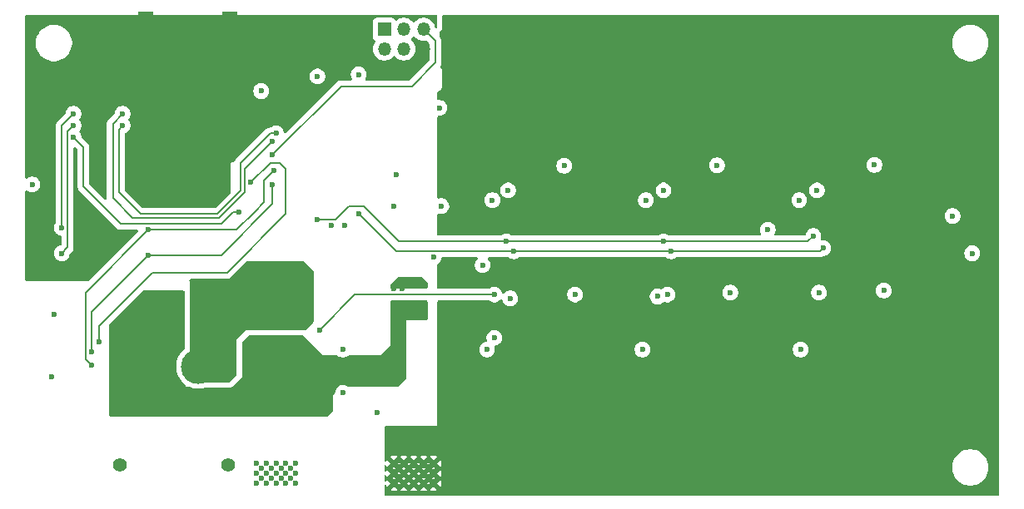
<source format=gbl>
%TF.GenerationSoftware,KiCad,Pcbnew,9.0.0*%
%TF.CreationDate,2025-06-26T17:33:30-04:00*%
%TF.ProjectId,gps-seven-seg-clock,6770732d-7365-4766-956e-2d7365672d63,rev?*%
%TF.SameCoordinates,Original*%
%TF.FileFunction,Copper,L4,Bot*%
%TF.FilePolarity,Positive*%
%FSLAX46Y46*%
G04 Gerber Fmt 4.6, Leading zero omitted, Abs format (unit mm)*
G04 Created by KiCad (PCBNEW 9.0.0) date 2025-06-26 17:33:30*
%MOMM*%
%LPD*%
G01*
G04 APERTURE LIST*
G04 Aperture macros list*
%AMRoundRect*
0 Rectangle with rounded corners*
0 $1 Rounding radius*
0 $2 $3 $4 $5 $6 $7 $8 $9 X,Y pos of 4 corners*
0 Add a 4 corners polygon primitive as box body*
4,1,4,$2,$3,$4,$5,$6,$7,$8,$9,$2,$3,0*
0 Add four circle primitives for the rounded corners*
1,1,$1+$1,$2,$3*
1,1,$1+$1,$4,$5*
1,1,$1+$1,$6,$7*
1,1,$1+$1,$8,$9*
0 Add four rect primitives between the rounded corners*
20,1,$1+$1,$2,$3,$4,$5,0*
20,1,$1+$1,$4,$5,$6,$7,0*
20,1,$1+$1,$6,$7,$8,$9,0*
20,1,$1+$1,$8,$9,$2,$3,0*%
G04 Aperture macros list end*
%TA.AperFunction,ComponentPad*%
%ADD10C,0.600000*%
%TD*%
%TA.AperFunction,ComponentPad*%
%ADD11C,1.400000*%
%TD*%
%TA.AperFunction,ComponentPad*%
%ADD12RoundRect,0.770000X0.980000X0.980000X-0.980000X0.980000X-0.980000X-0.980000X0.980000X-0.980000X0*%
%TD*%
%TA.AperFunction,ComponentPad*%
%ADD13C,3.500000*%
%TD*%
%TA.AperFunction,ComponentPad*%
%ADD14R,1.350000X1.350000*%
%TD*%
%TA.AperFunction,ComponentPad*%
%ADD15O,1.350000X1.350000*%
%TD*%
%TA.AperFunction,SMDPad,CuDef*%
%ADD16R,1.500000X5.080000*%
%TD*%
%TA.AperFunction,ViaPad*%
%ADD17C,0.600000*%
%TD*%
%TA.AperFunction,Conductor*%
%ADD18C,0.200000*%
%TD*%
G04 APERTURE END LIST*
D10*
%TO.P,TP4,1,1*%
%TO.N,+12V*%
X104000000Y-59600000D03*
X104000000Y-60600000D03*
X104000000Y-61600000D03*
X104500000Y-60100000D03*
X104500000Y-61100000D03*
X105000000Y-59600000D03*
X105000000Y-60600000D03*
X105000000Y-61600000D03*
X105485900Y-61098281D03*
X105500000Y-60100000D03*
X106000000Y-59600000D03*
X106000000Y-60600000D03*
X106000000Y-61600000D03*
X106500000Y-60100000D03*
X106500000Y-61100000D03*
X107000000Y-59600000D03*
X107000000Y-60600000D03*
X107000000Y-61600000D03*
X107500000Y-60100000D03*
X107500000Y-61100000D03*
X108000000Y-59600000D03*
X108000000Y-60600000D03*
X108000000Y-61600000D03*
%TD*%
%TO.P,TP3,1,1*%
%TO.N,+3.3V*%
X104000000Y-71200000D03*
X104000000Y-72200000D03*
X104000000Y-73200000D03*
X104500000Y-71700000D03*
X104500000Y-72700000D03*
X105000000Y-71200000D03*
X105000000Y-72200000D03*
X105000000Y-73200000D03*
X105485900Y-72698281D03*
X105500000Y-71700000D03*
X106000000Y-71200000D03*
X106000000Y-72200000D03*
X106000000Y-73200000D03*
X106500000Y-71700000D03*
X106500000Y-72700000D03*
X107000000Y-71200000D03*
X107000000Y-72200000D03*
X107000000Y-73200000D03*
X107500000Y-71700000D03*
X107500000Y-72700000D03*
X108000000Y-71200000D03*
X108000000Y-72200000D03*
X108000000Y-73200000D03*
%TD*%
%TO.P,TP2,1,1*%
%TO.N,GND*%
X104000000Y-53000000D03*
X104000000Y-54000000D03*
X104000000Y-55000000D03*
X104500000Y-53500000D03*
X104500000Y-54500000D03*
X105000000Y-53000000D03*
X105000000Y-54000000D03*
X105000000Y-55000000D03*
X105485900Y-54498281D03*
X105500000Y-53500000D03*
X106000000Y-53000000D03*
X106000000Y-54000000D03*
X106000000Y-55000000D03*
X106500000Y-53500000D03*
X106500000Y-54500000D03*
X107000000Y-53000000D03*
X107000000Y-54000000D03*
X107000000Y-55000000D03*
X107500000Y-53500000D03*
X107500000Y-54500000D03*
X108000000Y-53000000D03*
X108000000Y-54000000D03*
X108000000Y-55000000D03*
%TD*%
%TO.P,TP1,1,1*%
%TO.N,VDD*%
X118000000Y-71200000D03*
X118000000Y-72200000D03*
X118000000Y-73200000D03*
X118500000Y-71700000D03*
X118500000Y-72700000D03*
X119000000Y-71200000D03*
X119000000Y-72200000D03*
X119000000Y-73200000D03*
X119485900Y-72698281D03*
X119500000Y-71700000D03*
X120000000Y-71200000D03*
X120000000Y-72200000D03*
X120000000Y-73200000D03*
X120500000Y-71700000D03*
X120500000Y-72700000D03*
X121000000Y-71200000D03*
X121000000Y-72200000D03*
X121000000Y-73200000D03*
X121500000Y-71700000D03*
X121500000Y-72700000D03*
X122000000Y-71200000D03*
X122000000Y-72200000D03*
X122000000Y-73200000D03*
%TD*%
D11*
%TO.P,J5,*%
%TO.N,*%
X101100000Y-71325000D03*
X90100000Y-71325000D03*
D12*
%TO.P,J5,1,Pin_1*%
%TO.N,+12V*%
X93100000Y-61325000D03*
D13*
%TO.P,J5,2,Pin_2*%
%TO.N,GND*%
X98100000Y-61325000D03*
%TD*%
D14*
%TO.P,J4,1,Pin_1*%
%TO.N,/MISO*%
X117000000Y-27000000D03*
D15*
%TO.P,J4,2,Pin_2*%
%TO.N,+3.3V*%
X117000000Y-29000000D03*
%TO.P,J4,3,Pin_3*%
%TO.N,/SCK*%
X119000000Y-27000000D03*
%TO.P,J4,4,Pin_4*%
%TO.N,/MOSI*%
X119000000Y-29000000D03*
%TO.P,J4,5,Pin_5*%
%TO.N,/RESET*%
X121000000Y-27000000D03*
%TO.P,J4,6,Pin_6*%
%TO.N,GND*%
X121000000Y-29000000D03*
%TD*%
D16*
%TO.P,J1,2,Ext*%
%TO.N,GND*%
X92750000Y-27762500D03*
X101250000Y-27762500D03*
%TD*%
D17*
%TO.N,+12V*%
X118800000Y-52600000D03*
X118000000Y-53400000D03*
X118000000Y-54800000D03*
X118400000Y-57200000D03*
X118400000Y-56400000D03*
X118800000Y-53400000D03*
X118800000Y-54800000D03*
X120800000Y-55600000D03*
X120000000Y-55600000D03*
X119200000Y-55600000D03*
X118400000Y-55600000D03*
%TO.N,GND*%
X122000000Y-50200000D03*
X161200000Y-53800000D03*
%TO.N,Net-(U10B-+)*%
X128200000Y-54000000D03*
X110400000Y-57600000D03*
%TO.N,GND*%
X127000000Y-51000000D03*
X128200000Y-58400000D03*
X112800000Y-59600000D03*
%TO.N,/SCL*%
X105600000Y-38400000D03*
%TO.N,/SDA*%
X106000000Y-37600000D03*
X90400000Y-36800000D03*
%TO.N,/SCL*%
X90400000Y-35600000D03*
%TO.N,GND*%
X91400000Y-43000000D03*
X91200000Y-42200000D03*
X91400000Y-41200000D03*
X112800000Y-64000000D03*
X116232500Y-66025000D03*
X81200000Y-39000000D03*
%TO.N,Net-(J9-Pin_3)*%
X88000000Y-58800000D03*
%TO.N,/RESET*%
X105600000Y-39800000D03*
%TO.N,/RX*%
X105600000Y-42800000D03*
%TO.N,/TX*%
X105800000Y-41400000D03*
%TO.N,GND*%
X98600000Y-26200000D03*
X98600000Y-27000000D03*
X98600000Y-27800000D03*
X98600000Y-29400000D03*
X98600000Y-30200000D03*
X98600000Y-28600000D03*
X95400000Y-26200000D03*
X95400000Y-27000000D03*
X95400000Y-27800000D03*
X95400000Y-28600000D03*
X95400000Y-29400000D03*
X95400000Y-30200000D03*
X94800000Y-37400000D03*
X95400000Y-36800000D03*
X98400000Y-35600000D03*
X98800000Y-36200000D03*
X98800000Y-37000000D03*
X98800000Y-37800000D03*
X98800000Y-38600000D03*
X98800000Y-39400000D03*
X98800000Y-40200000D03*
X98800000Y-41000000D03*
X98800000Y-41800000D03*
X98600000Y-42600000D03*
X97800000Y-42800000D03*
X97000000Y-42600000D03*
X96400000Y-42000000D03*
X95600000Y-41600000D03*
X94600000Y-41200000D03*
X94800000Y-43400000D03*
X95600000Y-44000000D03*
X96200000Y-44400000D03*
X97000000Y-44800000D03*
X98000000Y-44800000D03*
X99000000Y-44600000D03*
X99800000Y-44400000D03*
X100400000Y-43600000D03*
X100800000Y-42800000D03*
X100800000Y-42000000D03*
X100800000Y-41200000D03*
X100800000Y-40400000D03*
X100800000Y-39600000D03*
X100800000Y-38800000D03*
X100800000Y-38000000D03*
X100800000Y-37200000D03*
X100800000Y-36400000D03*
X100800000Y-35600000D03*
X100400000Y-34800000D03*
X99800000Y-34200000D03*
X99200000Y-33800000D03*
X95400000Y-36000000D03*
X95400000Y-35200000D03*
X95400000Y-34400000D03*
X98400000Y-33600000D03*
X95600000Y-33600000D03*
X96000000Y-32800000D03*
X98000000Y-32800000D03*
X98000000Y-32000000D03*
X96000000Y-32000000D03*
X98000000Y-31200000D03*
X96000000Y-31200000D03*
%TO.N,Net-(J9-Pin_3)*%
X103400000Y-42600000D03*
%TO.N,/TX*%
X93000000Y-47400000D03*
%TO.N,/RX*%
X93000000Y-50000000D03*
%TO.N,/TX*%
X87200000Y-61200000D03*
%TO.N,/RX*%
X87200000Y-59800000D03*
%TO.N,/SDA1*%
X145400000Y-48600000D03*
%TO.N,/SCL1*%
X146200000Y-49600000D03*
%TO.N,/SDA1*%
X129400000Y-48600000D03*
%TO.N,/SCL1*%
X130200000Y-49600000D03*
%TO.N,/SDA1*%
X160630000Y-48030000D03*
%TO.N,/SCL1*%
X161650000Y-49280000D03*
X114400000Y-45800000D03*
%TO.N,/SDA1*%
X110200000Y-46400000D03*
%TO.N,+3.3V*%
X156000000Y-47400000D03*
%TO.N,GND*%
X129600000Y-43400000D03*
%TO.N,+3.3V*%
X128000000Y-44400000D03*
X143600000Y-44400000D03*
X159200000Y-44400000D03*
%TO.N,GND*%
X161000000Y-43400000D03*
X145400000Y-43400000D03*
%TO.N,+3.3V*%
X144800000Y-54200000D03*
%TO.N,GND*%
X145800000Y-54000000D03*
X129800000Y-54400000D03*
%TO.N,VDD*%
X158000000Y-68600000D03*
X159200000Y-68600000D03*
X142200000Y-68600000D03*
X143400000Y-68600000D03*
X127400000Y-68400000D03*
X126200000Y-68400000D03*
%TO.N,GND*%
X167800000Y-53600000D03*
X152200000Y-53800000D03*
X136400000Y-54000000D03*
%TO.N,+3.3V*%
X83400000Y-56000000D03*
%TO.N,GND*%
X83200000Y-62400000D03*
X159350000Y-59600000D03*
X143250000Y-59600000D03*
X127450000Y-59600000D03*
X135300000Y-40900000D03*
X166845000Y-40800000D03*
X150845000Y-40845000D03*
%TO.N,VDD*%
X152000000Y-31800000D03*
X150800000Y-31800000D03*
X135000000Y-31800000D03*
X136200000Y-31800000D03*
X167800000Y-31800000D03*
X166600000Y-31800000D03*
%TO.N,/PPS*%
X102200000Y-45600000D03*
%TO.N,/GPS_RX*%
X84200000Y-49800000D03*
%TO.N,/GPS_TX*%
X84200000Y-47200000D03*
%TO.N,/PPS*%
X85400000Y-38000000D03*
%TO.N,/GPS_RX*%
X85400000Y-36800000D03*
%TO.N,/GPS_TX*%
X85400000Y-35600000D03*
%TO.N,+3.3V*%
X81200000Y-42800000D03*
%TO.N,GND*%
X122600000Y-35000000D03*
X118200000Y-41800000D03*
X118000000Y-45000000D03*
X122800000Y-45000000D03*
%TO.N,+3.3V*%
X111600000Y-47000000D03*
%TO.N,GND*%
X113000000Y-47000000D03*
X113000000Y-31600000D03*
%TO.N,+3.3V*%
X114400000Y-31600000D03*
X110200000Y-31800000D03*
X104487500Y-33287500D03*
%TO.N,GND*%
X107600000Y-28400000D03*
X110200000Y-28400000D03*
X176800000Y-49800000D03*
X174800000Y-46000000D03*
%TO.N,VDD*%
X174600000Y-37600000D03*
X174600000Y-60400000D03*
%TD*%
D18*
%TO.N,Net-(U10B-+)*%
X114000000Y-54000000D02*
X128200000Y-54000000D01*
X110400000Y-57600000D02*
X114000000Y-54000000D01*
%TO.N,/SDA*%
X105400000Y-37600000D02*
X106000000Y-37600000D01*
X102400000Y-40600000D02*
X105400000Y-37600000D01*
X102400000Y-41032900D02*
X102400000Y-40600000D01*
X102399000Y-41033900D02*
X102400000Y-41032900D01*
X102399000Y-43433900D02*
X102399000Y-41033900D01*
X100033900Y-45799000D02*
X102399000Y-43433900D01*
X92199000Y-45799000D02*
X100033900Y-45799000D01*
X90000000Y-37200000D02*
X90000000Y-43600000D01*
X90000000Y-43600000D02*
X92199000Y-45799000D01*
X90400000Y-36800000D02*
X90000000Y-37200000D01*
%TO.N,/SCL*%
X100200000Y-46200000D02*
X102800000Y-43600000D01*
X91400000Y-46200000D02*
X100200000Y-46200000D01*
X89400000Y-44200000D02*
X91400000Y-46200000D01*
X102800000Y-43600000D02*
X102800000Y-41200000D01*
X102800000Y-41200000D02*
X105600000Y-38400000D01*
X89400000Y-36600000D02*
X89400000Y-44200000D01*
X90400000Y-35600000D02*
X89400000Y-36600000D01*
%TO.N,Net-(J9-Pin_3)*%
X88000000Y-57200000D02*
X88000000Y-58800000D01*
X93400000Y-51800000D02*
X88000000Y-57200000D01*
X107000000Y-45800000D02*
X101000000Y-51800000D01*
X107000000Y-41200000D02*
X107000000Y-45800000D01*
X106400000Y-40600000D02*
X107000000Y-41200000D01*
X103400000Y-42600000D02*
X105400000Y-40600000D01*
X105400000Y-40600000D02*
X106400000Y-40600000D01*
X101000000Y-51800000D02*
X93400000Y-51800000D01*
%TO.N,/PPS*%
X86400000Y-43000000D02*
X86400000Y-39000000D01*
X86400000Y-39000000D02*
X85400000Y-38000000D01*
X100400000Y-46800000D02*
X90200000Y-46800000D01*
X101600000Y-45600000D02*
X100400000Y-46800000D01*
X102200000Y-45600000D02*
X101600000Y-45600000D01*
X90200000Y-46800000D02*
X86400000Y-43000000D01*
%TO.N,/RESET*%
X122200000Y-28200000D02*
X121000000Y-27000000D01*
X119800000Y-32800000D02*
X122200000Y-30400000D01*
X112600000Y-32800000D02*
X119800000Y-32800000D01*
X122200000Y-30400000D02*
X122200000Y-28200000D01*
X105600000Y-39800000D02*
X112600000Y-32800000D01*
%TO.N,/RX*%
X100400000Y-50000000D02*
X93000000Y-50000000D01*
X105600000Y-44800000D02*
X100400000Y-50000000D01*
X105600000Y-42800000D02*
X105600000Y-44800000D01*
%TO.N,/TX*%
X104800000Y-42400000D02*
X105800000Y-41400000D01*
X104800000Y-42800000D02*
X104800000Y-42400000D01*
X102000000Y-47400000D02*
X103800000Y-45600000D01*
X104800000Y-44600000D02*
X104800000Y-42800000D01*
X93000000Y-47400000D02*
X102000000Y-47400000D01*
X103800000Y-45600000D02*
X104800000Y-44600000D01*
X86599000Y-53801000D02*
X93000000Y-47400000D01*
X86599000Y-60599000D02*
X86599000Y-53801000D01*
X87200000Y-61200000D02*
X86599000Y-60599000D01*
%TO.N,/RX*%
X87200000Y-55800000D02*
X93000000Y-50000000D01*
X87200000Y-59800000D02*
X87200000Y-55800000D01*
%TO.N,/SDA1*%
X118500000Y-48600000D02*
X129400000Y-48600000D01*
X113400000Y-45000000D02*
X114900000Y-45000000D01*
X114900000Y-45000000D02*
X118500000Y-48600000D01*
X112000000Y-46400000D02*
X113400000Y-45000000D01*
X110200000Y-46400000D02*
X112000000Y-46400000D01*
X160630000Y-48030000D02*
X160060000Y-48600000D01*
X160060000Y-48600000D02*
X145400000Y-48600000D01*
%TO.N,/SCL1*%
X146200000Y-49600000D02*
X161330000Y-49600000D01*
%TO.N,/SDA1*%
X129400000Y-48600000D02*
X145400000Y-48600000D01*
%TO.N,/SCL1*%
X118200000Y-49600000D02*
X130200000Y-49600000D01*
X130200000Y-49600000D02*
X146200000Y-49600000D01*
X161330000Y-49600000D02*
X161650000Y-49280000D01*
X114400000Y-45800000D02*
X118200000Y-49600000D01*
%TO.N,/GPS_RX*%
X84800000Y-37400000D02*
X84800000Y-49200000D01*
X84800000Y-49200000D02*
X84200000Y-49800000D01*
X85400000Y-36800000D02*
X84800000Y-37400000D01*
%TO.N,/GPS_TX*%
X84200000Y-36800000D02*
X85400000Y-35600000D01*
X84200000Y-47200000D02*
X84200000Y-36800000D01*
%TD*%
%TA.AperFunction,Conductor*%
%TO.N,VDD*%
G36*
X179442539Y-25520185D02*
G01*
X179488294Y-25572989D01*
X179499500Y-25624500D01*
X179499500Y-74375500D01*
X179479815Y-74442539D01*
X179427011Y-74488294D01*
X179375500Y-74499500D01*
X117124000Y-74499500D01*
X117056961Y-74479815D01*
X117011206Y-74427011D01*
X117000000Y-74375500D01*
X117000000Y-73915845D01*
X117637706Y-73915845D01*
X117766652Y-73969257D01*
X117766656Y-73969258D01*
X117921202Y-73999999D01*
X117921206Y-74000000D01*
X118078794Y-74000000D01*
X118078797Y-73999999D01*
X118233343Y-73969258D01*
X118233347Y-73969257D01*
X118362293Y-73915845D01*
X118637706Y-73915845D01*
X118766652Y-73969257D01*
X118766656Y-73969258D01*
X118921202Y-73999999D01*
X118921206Y-74000000D01*
X119078794Y-74000000D01*
X119078797Y-73999999D01*
X119233343Y-73969258D01*
X119233347Y-73969257D01*
X119362293Y-73915845D01*
X119637706Y-73915845D01*
X119766652Y-73969257D01*
X119766656Y-73969258D01*
X119921202Y-73999999D01*
X119921206Y-74000000D01*
X120078794Y-74000000D01*
X120078797Y-73999999D01*
X120233343Y-73969258D01*
X120233347Y-73969257D01*
X120362293Y-73915845D01*
X120637706Y-73915845D01*
X120766652Y-73969257D01*
X120766656Y-73969258D01*
X120921202Y-73999999D01*
X120921206Y-74000000D01*
X121078794Y-74000000D01*
X121078797Y-73999999D01*
X121233343Y-73969258D01*
X121233347Y-73969257D01*
X121362293Y-73915845D01*
X121637706Y-73915845D01*
X121766652Y-73969257D01*
X121766656Y-73969258D01*
X121921202Y-73999999D01*
X121921206Y-74000000D01*
X122078794Y-74000000D01*
X122078797Y-73999999D01*
X122233343Y-73969258D01*
X122233347Y-73969257D01*
X122362293Y-73915845D01*
X122000001Y-73553553D01*
X122000000Y-73553553D01*
X121637706Y-73915845D01*
X121362293Y-73915845D01*
X121000001Y-73553553D01*
X121000000Y-73553553D01*
X120637706Y-73915845D01*
X120362293Y-73915845D01*
X120000001Y-73553553D01*
X120000000Y-73553553D01*
X119637706Y-73915845D01*
X119362293Y-73915845D01*
X119000001Y-73553553D01*
X119000000Y-73553553D01*
X118637706Y-73915845D01*
X118362293Y-73915845D01*
X118000001Y-73553553D01*
X118000000Y-73553553D01*
X117637706Y-73915845D01*
X117000000Y-73915845D01*
X117000000Y-73499677D01*
X117019685Y-73432638D01*
X117072489Y-73386883D01*
X117141647Y-73376939D01*
X117205203Y-73405964D01*
X117238561Y-73452224D01*
X117284153Y-73562293D01*
X117646446Y-73200001D01*
X117646446Y-73199999D01*
X117616610Y-73170163D01*
X117850000Y-73170163D01*
X117850000Y-73229837D01*
X117872836Y-73284968D01*
X117915032Y-73327164D01*
X117970163Y-73350000D01*
X118029837Y-73350000D01*
X118084968Y-73327164D01*
X118127164Y-73284968D01*
X118150000Y-73229837D01*
X118150000Y-73200000D01*
X118353553Y-73200000D01*
X118500000Y-73346446D01*
X118646446Y-73200000D01*
X118616609Y-73170163D01*
X118850000Y-73170163D01*
X118850000Y-73229837D01*
X118872836Y-73284968D01*
X118915032Y-73327164D01*
X118970163Y-73350000D01*
X119029837Y-73350000D01*
X119084968Y-73327164D01*
X119127164Y-73284968D01*
X119150000Y-73229837D01*
X119150000Y-73199999D01*
X119353553Y-73199999D01*
X119500000Y-73346445D01*
X119640255Y-73206189D01*
X119604229Y-73170163D01*
X119850000Y-73170163D01*
X119850000Y-73229837D01*
X119872836Y-73284968D01*
X119915032Y-73327164D01*
X119970163Y-73350000D01*
X120029837Y-73350000D01*
X120084968Y-73327164D01*
X120127164Y-73284968D01*
X120150000Y-73229837D01*
X120150000Y-73199999D01*
X120353553Y-73199999D01*
X120500000Y-73346446D01*
X120646446Y-73200000D01*
X120616609Y-73170163D01*
X120850000Y-73170163D01*
X120850000Y-73229837D01*
X120872836Y-73284968D01*
X120915032Y-73327164D01*
X120970163Y-73350000D01*
X121029837Y-73350000D01*
X121084968Y-73327164D01*
X121127164Y-73284968D01*
X121150000Y-73229837D01*
X121150000Y-73199999D01*
X121353553Y-73199999D01*
X121500000Y-73346446D01*
X121646446Y-73200001D01*
X121646446Y-73200000D01*
X121616609Y-73170163D01*
X121850000Y-73170163D01*
X121850000Y-73229837D01*
X121872836Y-73284968D01*
X121915032Y-73327164D01*
X121970163Y-73350000D01*
X122029837Y-73350000D01*
X122084968Y-73327164D01*
X122127164Y-73284968D01*
X122150000Y-73229837D01*
X122150000Y-73199999D01*
X122353553Y-73199999D01*
X122353553Y-73200001D01*
X122715845Y-73562293D01*
X122769257Y-73433347D01*
X122769258Y-73433343D01*
X122799999Y-73278797D01*
X122800000Y-73278794D01*
X122800000Y-73121206D01*
X122799999Y-73121202D01*
X122769258Y-72966656D01*
X122769257Y-72966652D01*
X122715845Y-72837706D01*
X122353553Y-73199999D01*
X122150000Y-73199999D01*
X122150000Y-73170163D01*
X122127164Y-73115032D01*
X122084968Y-73072836D01*
X122029837Y-73050000D01*
X121970163Y-73050000D01*
X121915032Y-73072836D01*
X121872836Y-73115032D01*
X121850000Y-73170163D01*
X121616609Y-73170163D01*
X121500000Y-73053553D01*
X121432348Y-73121206D01*
X121432347Y-73121207D01*
X121353553Y-73199999D01*
X121150000Y-73199999D01*
X121150000Y-73170163D01*
X121127164Y-73115032D01*
X121084968Y-73072836D01*
X121029837Y-73050000D01*
X120970163Y-73050000D01*
X120915032Y-73072836D01*
X120872836Y-73115032D01*
X120850000Y-73170163D01*
X120616609Y-73170163D01*
X120567653Y-73121207D01*
X120500000Y-73053553D01*
X120432348Y-73121206D01*
X120432347Y-73121207D01*
X120353553Y-73199999D01*
X120150000Y-73199999D01*
X120150000Y-73170163D01*
X120127164Y-73115032D01*
X120084968Y-73072836D01*
X120029837Y-73050000D01*
X119970163Y-73050000D01*
X119915032Y-73072836D01*
X119872836Y-73115032D01*
X119850000Y-73170163D01*
X119604229Y-73170163D01*
X119493809Y-73059744D01*
X119353553Y-73199999D01*
X119150000Y-73199999D01*
X119150000Y-73170163D01*
X119127164Y-73115032D01*
X119084968Y-73072836D01*
X119029837Y-73050000D01*
X118970163Y-73050000D01*
X118915032Y-73072836D01*
X118872836Y-73115032D01*
X118850000Y-73170163D01*
X118616609Y-73170163D01*
X118499999Y-73053553D01*
X118353553Y-73200000D01*
X118150000Y-73200000D01*
X118150000Y-73170163D01*
X118127164Y-73115032D01*
X118084968Y-73072836D01*
X118029837Y-73050000D01*
X117970163Y-73050000D01*
X117915032Y-73072836D01*
X117872836Y-73115032D01*
X117850000Y-73170163D01*
X117616610Y-73170163D01*
X117284153Y-72837705D01*
X117238561Y-72947775D01*
X117194720Y-73002178D01*
X117128426Y-73024243D01*
X117060727Y-73006964D01*
X117013116Y-72955827D01*
X117000000Y-72900322D01*
X117000000Y-72699999D01*
X117853553Y-72699999D01*
X118000000Y-72846446D01*
X118146446Y-72700000D01*
X118116609Y-72670163D01*
X118350000Y-72670163D01*
X118350000Y-72729837D01*
X118372836Y-72784968D01*
X118415032Y-72827164D01*
X118470163Y-72850000D01*
X118529837Y-72850000D01*
X118584968Y-72827164D01*
X118627164Y-72784968D01*
X118650000Y-72729837D01*
X118650000Y-72699999D01*
X118853553Y-72699999D01*
X118992089Y-72838535D01*
X119132346Y-72698280D01*
X119102510Y-72668444D01*
X119335900Y-72668444D01*
X119335900Y-72728118D01*
X119358736Y-72783249D01*
X119400932Y-72825445D01*
X119456063Y-72848281D01*
X119515737Y-72848281D01*
X119570868Y-72825445D01*
X119613064Y-72783249D01*
X119635900Y-72728118D01*
X119635900Y-72699999D01*
X119853553Y-72699999D01*
X120000000Y-72846446D01*
X120146446Y-72700000D01*
X120116609Y-72670163D01*
X120350000Y-72670163D01*
X120350000Y-72729837D01*
X120372836Y-72784968D01*
X120415032Y-72827164D01*
X120470163Y-72850000D01*
X120529837Y-72850000D01*
X120584968Y-72827164D01*
X120627164Y-72784968D01*
X120650000Y-72729837D01*
X120650000Y-72699999D01*
X120853553Y-72699999D01*
X121000000Y-72846446D01*
X121146446Y-72700000D01*
X121116609Y-72670163D01*
X121350000Y-72670163D01*
X121350000Y-72729837D01*
X121372836Y-72784968D01*
X121415032Y-72827164D01*
X121470163Y-72850000D01*
X121529837Y-72850000D01*
X121584968Y-72827164D01*
X121627164Y-72784968D01*
X121650000Y-72729837D01*
X121650000Y-72699999D01*
X121853553Y-72699999D01*
X122000000Y-72846446D01*
X122146446Y-72700001D01*
X122146446Y-72699999D01*
X122000000Y-72553553D01*
X121974614Y-72578940D01*
X121974612Y-72578942D01*
X121853553Y-72699999D01*
X121650000Y-72699999D01*
X121650000Y-72670163D01*
X121627164Y-72615032D01*
X121584968Y-72572836D01*
X121529837Y-72550000D01*
X121470163Y-72550000D01*
X121415032Y-72572836D01*
X121372836Y-72615032D01*
X121350000Y-72670163D01*
X121116609Y-72670163D01*
X121025388Y-72578942D01*
X121000000Y-72553553D01*
X120974614Y-72578940D01*
X120974612Y-72578942D01*
X120853553Y-72699999D01*
X120650000Y-72699999D01*
X120650000Y-72670163D01*
X120627164Y-72615032D01*
X120584968Y-72572836D01*
X120529837Y-72550000D01*
X120470163Y-72550000D01*
X120415032Y-72572836D01*
X120372836Y-72615032D01*
X120350000Y-72670163D01*
X120116609Y-72670163D01*
X119999999Y-72553553D01*
X119853553Y-72699999D01*
X119635900Y-72699999D01*
X119635900Y-72668444D01*
X119613064Y-72613313D01*
X119570868Y-72571117D01*
X119515737Y-72548281D01*
X119456063Y-72548281D01*
X119400932Y-72571117D01*
X119358736Y-72613313D01*
X119335900Y-72668444D01*
X119102510Y-72668444D01*
X118993809Y-72559743D01*
X118993809Y-72559744D01*
X118974614Y-72578940D01*
X118974612Y-72578942D01*
X118853553Y-72699999D01*
X118650000Y-72699999D01*
X118650000Y-72670163D01*
X118627164Y-72615032D01*
X118584968Y-72572836D01*
X118529837Y-72550000D01*
X118470163Y-72550000D01*
X118415032Y-72572836D01*
X118372836Y-72615032D01*
X118350000Y-72670163D01*
X118116609Y-72670163D01*
X117999999Y-72553553D01*
X117853553Y-72699999D01*
X117000000Y-72699999D01*
X117000000Y-72499677D01*
X117019685Y-72432638D01*
X117072489Y-72386883D01*
X117141647Y-72376939D01*
X117205203Y-72405964D01*
X117238561Y-72452224D01*
X117284153Y-72562293D01*
X117285490Y-72560957D01*
X117646446Y-72200001D01*
X117646446Y-72199999D01*
X117616610Y-72170163D01*
X117850000Y-72170163D01*
X117850000Y-72229837D01*
X117872836Y-72284968D01*
X117915032Y-72327164D01*
X117970163Y-72350000D01*
X118029837Y-72350000D01*
X118084968Y-72327164D01*
X118127164Y-72284968D01*
X118150000Y-72229837D01*
X118150000Y-72199999D01*
X118353553Y-72199999D01*
X118500000Y-72346446D01*
X118646446Y-72200000D01*
X118616609Y-72170163D01*
X118850000Y-72170163D01*
X118850000Y-72229837D01*
X118872836Y-72284968D01*
X118915032Y-72327164D01*
X118970163Y-72350000D01*
X119029837Y-72350000D01*
X119084968Y-72327164D01*
X119127164Y-72284968D01*
X119150000Y-72229837D01*
X119150000Y-72199999D01*
X119353553Y-72199999D01*
X119492090Y-72338536D01*
X119635958Y-72194667D01*
X119613138Y-72170163D01*
X119850000Y-72170163D01*
X119850000Y-72229837D01*
X119872836Y-72284968D01*
X119915032Y-72327164D01*
X119970163Y-72350000D01*
X120029837Y-72350000D01*
X120084968Y-72327164D01*
X120127164Y-72284968D01*
X120150000Y-72229837D01*
X120150000Y-72199999D01*
X120353553Y-72199999D01*
X120500000Y-72346446D01*
X120646446Y-72200000D01*
X120616609Y-72170163D01*
X120850000Y-72170163D01*
X120850000Y-72229837D01*
X120872836Y-72284968D01*
X120915032Y-72327164D01*
X120970163Y-72350000D01*
X121029837Y-72350000D01*
X121084968Y-72327164D01*
X121127164Y-72284968D01*
X121150000Y-72229837D01*
X121150000Y-72199999D01*
X121353553Y-72199999D01*
X121500000Y-72346446D01*
X121646446Y-72200000D01*
X121616609Y-72170163D01*
X121850000Y-72170163D01*
X121850000Y-72229837D01*
X121872836Y-72284968D01*
X121915032Y-72327164D01*
X121970163Y-72350000D01*
X122029837Y-72350000D01*
X122084968Y-72327164D01*
X122127164Y-72284968D01*
X122150000Y-72229837D01*
X122150000Y-72199999D01*
X122353553Y-72199999D01*
X122353553Y-72200001D01*
X122715845Y-72562293D01*
X122769257Y-72433347D01*
X122769258Y-72433343D01*
X122799999Y-72278797D01*
X122800000Y-72278794D01*
X122800000Y-72121206D01*
X122799999Y-72121202D01*
X122769258Y-71966656D01*
X122769257Y-71966652D01*
X122715845Y-71837706D01*
X122353553Y-72199999D01*
X122150000Y-72199999D01*
X122150000Y-72170163D01*
X122127164Y-72115032D01*
X122084968Y-72072836D01*
X122029837Y-72050000D01*
X121970163Y-72050000D01*
X121915032Y-72072836D01*
X121872836Y-72115032D01*
X121850000Y-72170163D01*
X121616609Y-72170163D01*
X121567653Y-72121207D01*
X121500000Y-72053553D01*
X121432348Y-72121206D01*
X121432347Y-72121207D01*
X121353553Y-72199999D01*
X121150000Y-72199999D01*
X121150000Y-72170163D01*
X121127164Y-72115032D01*
X121084968Y-72072836D01*
X121029837Y-72050000D01*
X120970163Y-72050000D01*
X120915032Y-72072836D01*
X120872836Y-72115032D01*
X120850000Y-72170163D01*
X120616609Y-72170163D01*
X120567653Y-72121207D01*
X120500000Y-72053553D01*
X120432348Y-72121206D01*
X120432347Y-72121207D01*
X120353553Y-72199999D01*
X120150000Y-72199999D01*
X120150000Y-72170163D01*
X120127164Y-72115032D01*
X120084968Y-72072836D01*
X120029837Y-72050000D01*
X119970163Y-72050000D01*
X119915032Y-72072836D01*
X119872836Y-72115032D01*
X119850000Y-72170163D01*
X119613138Y-72170163D01*
X119566095Y-72119649D01*
X119500000Y-72053553D01*
X119432348Y-72121206D01*
X119432347Y-72121207D01*
X119353553Y-72199999D01*
X119150000Y-72199999D01*
X119150000Y-72170163D01*
X119127164Y-72115032D01*
X119084968Y-72072836D01*
X119029837Y-72050000D01*
X118970163Y-72050000D01*
X118915032Y-72072836D01*
X118872836Y-72115032D01*
X118850000Y-72170163D01*
X118616609Y-72170163D01*
X118567653Y-72121207D01*
X118500000Y-72053553D01*
X118432348Y-72121206D01*
X118432347Y-72121207D01*
X118353553Y-72199999D01*
X118150000Y-72199999D01*
X118150000Y-72170163D01*
X118127164Y-72115032D01*
X118084968Y-72072836D01*
X118029837Y-72050000D01*
X117970163Y-72050000D01*
X117915032Y-72072836D01*
X117872836Y-72115032D01*
X117850000Y-72170163D01*
X117616610Y-72170163D01*
X117284153Y-71837705D01*
X117238561Y-71947775D01*
X117194720Y-72002178D01*
X117128426Y-72024243D01*
X117060727Y-72006964D01*
X117013116Y-71955827D01*
X117000000Y-71900322D01*
X117000000Y-71699999D01*
X117853553Y-71699999D01*
X118000000Y-71846446D01*
X118146445Y-71700000D01*
X118146446Y-71699999D01*
X118116610Y-71670163D01*
X118350000Y-71670163D01*
X118350000Y-71729837D01*
X118372836Y-71784968D01*
X118415032Y-71827164D01*
X118470163Y-71850000D01*
X118529837Y-71850000D01*
X118584968Y-71827164D01*
X118627164Y-71784968D01*
X118650000Y-71729837D01*
X118650000Y-71699999D01*
X118853553Y-71699999D01*
X119000000Y-71846446D01*
X119146446Y-71700000D01*
X119116609Y-71670163D01*
X119350000Y-71670163D01*
X119350000Y-71729837D01*
X119372836Y-71784968D01*
X119415032Y-71827164D01*
X119470163Y-71850000D01*
X119529837Y-71850000D01*
X119584968Y-71827164D01*
X119627164Y-71784968D01*
X119650000Y-71729837D01*
X119650000Y-71699999D01*
X119853553Y-71699999D01*
X120000000Y-71846446D01*
X120146446Y-71700000D01*
X120116609Y-71670163D01*
X120350000Y-71670163D01*
X120350000Y-71729837D01*
X120372836Y-71784968D01*
X120415032Y-71827164D01*
X120470163Y-71850000D01*
X120529837Y-71850000D01*
X120584968Y-71827164D01*
X120627164Y-71784968D01*
X120650000Y-71729837D01*
X120650000Y-71699999D01*
X120853553Y-71699999D01*
X121000000Y-71846446D01*
X121146446Y-71700000D01*
X121116609Y-71670163D01*
X121350000Y-71670163D01*
X121350000Y-71729837D01*
X121372836Y-71784968D01*
X121415032Y-71827164D01*
X121470163Y-71850000D01*
X121529837Y-71850000D01*
X121584968Y-71827164D01*
X121627164Y-71784968D01*
X121650000Y-71729837D01*
X121650000Y-71699999D01*
X121853553Y-71699999D01*
X122000000Y-71846446D01*
X122146446Y-71700000D01*
X122000000Y-71553553D01*
X121853553Y-71699999D01*
X121650000Y-71699999D01*
X121650000Y-71670163D01*
X121627164Y-71615032D01*
X121584968Y-71572836D01*
X121529837Y-71550000D01*
X121470163Y-71550000D01*
X121415032Y-71572836D01*
X121372836Y-71615032D01*
X121350000Y-71670163D01*
X121116609Y-71670163D01*
X121025388Y-71578942D01*
X121000000Y-71553553D01*
X120974614Y-71578940D01*
X120974612Y-71578942D01*
X120853553Y-71699999D01*
X120650000Y-71699999D01*
X120650000Y-71670163D01*
X120627164Y-71615032D01*
X120584968Y-71572836D01*
X120529837Y-71550000D01*
X120470163Y-71550000D01*
X120415032Y-71572836D01*
X120372836Y-71615032D01*
X120350000Y-71670163D01*
X120116609Y-71670163D01*
X120025388Y-71578942D01*
X120000000Y-71553553D01*
X119974614Y-71578940D01*
X119974612Y-71578942D01*
X119853553Y-71699999D01*
X119650000Y-71699999D01*
X119650000Y-71670163D01*
X119627164Y-71615032D01*
X119584968Y-71572836D01*
X119529837Y-71550000D01*
X119470163Y-71550000D01*
X119415032Y-71572836D01*
X119372836Y-71615032D01*
X119350000Y-71670163D01*
X119116609Y-71670163D01*
X119025388Y-71578942D01*
X119000000Y-71553553D01*
X118974614Y-71578940D01*
X118974612Y-71578942D01*
X118853553Y-71699999D01*
X118650000Y-71699999D01*
X118650000Y-71670163D01*
X118627164Y-71615032D01*
X118584968Y-71572836D01*
X118529837Y-71550000D01*
X118470163Y-71550000D01*
X118415032Y-71572836D01*
X118372836Y-71615032D01*
X118350000Y-71670163D01*
X118116610Y-71670163D01*
X118000000Y-71553553D01*
X117853553Y-71699999D01*
X117000000Y-71699999D01*
X117000000Y-71499677D01*
X117019685Y-71432638D01*
X117072489Y-71386883D01*
X117141647Y-71376939D01*
X117205203Y-71405964D01*
X117238561Y-71452224D01*
X117284153Y-71562293D01*
X117285490Y-71560957D01*
X117646446Y-71200001D01*
X117646446Y-71199999D01*
X117616610Y-71170163D01*
X117850000Y-71170163D01*
X117850000Y-71229837D01*
X117872836Y-71284968D01*
X117915032Y-71327164D01*
X117970163Y-71350000D01*
X118029837Y-71350000D01*
X118084968Y-71327164D01*
X118127164Y-71284968D01*
X118150000Y-71229837D01*
X118150000Y-71200000D01*
X118353553Y-71200000D01*
X118499998Y-71346446D01*
X118607299Y-71239145D01*
X118627627Y-71181182D01*
X118616608Y-71170163D01*
X118850000Y-71170163D01*
X118850000Y-71229837D01*
X118872836Y-71284968D01*
X118915032Y-71327164D01*
X118970163Y-71350000D01*
X119029837Y-71350000D01*
X119084968Y-71327164D01*
X119127164Y-71284968D01*
X119150000Y-71229837D01*
X119150000Y-71181180D01*
X119372371Y-71181180D01*
X119392703Y-71239149D01*
X119500000Y-71346446D01*
X119607299Y-71239146D01*
X119627627Y-71181182D01*
X119616608Y-71170163D01*
X119850000Y-71170163D01*
X119850000Y-71229837D01*
X119872836Y-71284968D01*
X119915032Y-71327164D01*
X119970163Y-71350000D01*
X120029837Y-71350000D01*
X120084968Y-71327164D01*
X120127164Y-71284968D01*
X120150000Y-71229837D01*
X120150000Y-71181180D01*
X120372371Y-71181180D01*
X120392703Y-71239149D01*
X120500000Y-71346446D01*
X120607299Y-71239146D01*
X120627627Y-71181182D01*
X120616608Y-71170163D01*
X120850000Y-71170163D01*
X120850000Y-71229837D01*
X120872836Y-71284968D01*
X120915032Y-71327164D01*
X120970163Y-71350000D01*
X121029837Y-71350000D01*
X121084968Y-71327164D01*
X121127164Y-71284968D01*
X121150000Y-71229837D01*
X121150000Y-71181180D01*
X121372371Y-71181180D01*
X121392703Y-71239149D01*
X121500000Y-71346446D01*
X121646446Y-71200000D01*
X121616609Y-71170163D01*
X121850000Y-71170163D01*
X121850000Y-71229837D01*
X121872836Y-71284968D01*
X121915032Y-71327164D01*
X121970163Y-71350000D01*
X122029837Y-71350000D01*
X122084968Y-71327164D01*
X122127164Y-71284968D01*
X122150000Y-71229837D01*
X122150000Y-71199999D01*
X122353553Y-71199999D01*
X122353553Y-71200001D01*
X122715845Y-71562293D01*
X122750467Y-71478711D01*
X174749500Y-71478711D01*
X174749500Y-71721288D01*
X174781161Y-71961785D01*
X174843947Y-72196104D01*
X174906221Y-72346446D01*
X174936776Y-72420212D01*
X175058064Y-72630289D01*
X175058066Y-72630292D01*
X175058067Y-72630293D01*
X175205733Y-72822736D01*
X175205739Y-72822743D01*
X175377256Y-72994260D01*
X175377263Y-72994266D01*
X175416330Y-73024243D01*
X175569711Y-73141936D01*
X175779788Y-73263224D01*
X176003900Y-73356054D01*
X176238211Y-73418838D01*
X176418586Y-73442584D01*
X176478711Y-73450500D01*
X176478712Y-73450500D01*
X176721289Y-73450500D01*
X176769388Y-73444167D01*
X176961789Y-73418838D01*
X177196100Y-73356054D01*
X177420212Y-73263224D01*
X177630289Y-73141936D01*
X177822738Y-72994265D01*
X177994265Y-72822738D01*
X178141936Y-72630289D01*
X178263224Y-72420212D01*
X178356054Y-72196100D01*
X178418838Y-71961789D01*
X178450500Y-71721288D01*
X178450500Y-71478712D01*
X178418838Y-71238211D01*
X178356054Y-71003900D01*
X178263224Y-70779788D01*
X178141936Y-70569711D01*
X178035301Y-70430741D01*
X177994266Y-70377263D01*
X177994260Y-70377256D01*
X177822743Y-70205739D01*
X177822736Y-70205733D01*
X177630293Y-70058067D01*
X177630292Y-70058066D01*
X177630289Y-70058064D01*
X177420212Y-69936776D01*
X177420205Y-69936773D01*
X177196104Y-69843947D01*
X176961785Y-69781161D01*
X176721289Y-69749500D01*
X176721288Y-69749500D01*
X176478712Y-69749500D01*
X176478711Y-69749500D01*
X176238214Y-69781161D01*
X176003895Y-69843947D01*
X175779794Y-69936773D01*
X175779785Y-69936777D01*
X175569706Y-70058067D01*
X175377263Y-70205733D01*
X175377256Y-70205739D01*
X175205739Y-70377256D01*
X175205733Y-70377263D01*
X175058067Y-70569706D01*
X174936777Y-70779785D01*
X174936773Y-70779794D01*
X174843947Y-71003895D01*
X174781161Y-71238214D01*
X174749500Y-71478711D01*
X122750467Y-71478711D01*
X122769258Y-71433346D01*
X122769258Y-71433344D01*
X122799999Y-71278797D01*
X122800000Y-71278794D01*
X122800000Y-71121206D01*
X122799999Y-71121202D01*
X122769258Y-70966656D01*
X122769257Y-70966652D01*
X122715845Y-70837706D01*
X122353553Y-71199999D01*
X122150000Y-71199999D01*
X122150000Y-71170163D01*
X122127164Y-71115032D01*
X122084968Y-71072836D01*
X122029837Y-71050000D01*
X121970163Y-71050000D01*
X121915032Y-71072836D01*
X121872836Y-71115032D01*
X121850000Y-71170163D01*
X121616609Y-71170163D01*
X121500000Y-71053553D01*
X121372371Y-71181180D01*
X121150000Y-71181180D01*
X121150000Y-71170163D01*
X121127164Y-71115032D01*
X121084968Y-71072836D01*
X121029837Y-71050000D01*
X120970163Y-71050000D01*
X120915032Y-71072836D01*
X120872836Y-71115032D01*
X120850000Y-71170163D01*
X120616608Y-71170163D01*
X120500000Y-71053553D01*
X120372371Y-71181180D01*
X120150000Y-71181180D01*
X120150000Y-71170163D01*
X120127164Y-71115032D01*
X120084968Y-71072836D01*
X120029837Y-71050000D01*
X119970163Y-71050000D01*
X119915032Y-71072836D01*
X119872836Y-71115032D01*
X119850000Y-71170163D01*
X119616608Y-71170163D01*
X119500000Y-71053553D01*
X119372371Y-71181180D01*
X119150000Y-71181180D01*
X119150000Y-71170163D01*
X119127164Y-71115032D01*
X119084968Y-71072836D01*
X119029837Y-71050000D01*
X118970163Y-71050000D01*
X118915032Y-71072836D01*
X118872836Y-71115032D01*
X118850000Y-71170163D01*
X118616608Y-71170163D01*
X118500000Y-71053553D01*
X118353553Y-71200000D01*
X118150000Y-71200000D01*
X118150000Y-71170163D01*
X118127164Y-71115032D01*
X118084968Y-71072836D01*
X118029837Y-71050000D01*
X117970163Y-71050000D01*
X117915032Y-71072836D01*
X117872836Y-71115032D01*
X117850000Y-71170163D01*
X117616610Y-71170163D01*
X117284153Y-70837705D01*
X117238561Y-70947775D01*
X117194720Y-71002178D01*
X117128426Y-71024243D01*
X117060727Y-71006964D01*
X117013116Y-70955827D01*
X117000000Y-70900322D01*
X117000000Y-70484153D01*
X117637705Y-70484153D01*
X118000000Y-70846446D01*
X118000001Y-70846446D01*
X118362293Y-70484153D01*
X118637705Y-70484153D01*
X119000000Y-70846446D01*
X119000001Y-70846446D01*
X119362293Y-70484153D01*
X119637705Y-70484153D01*
X120000000Y-70846446D01*
X120000001Y-70846446D01*
X120362293Y-70484153D01*
X120637705Y-70484153D01*
X121000000Y-70846446D01*
X121000001Y-70846446D01*
X121362293Y-70484153D01*
X121637705Y-70484153D01*
X122000000Y-70846446D01*
X122000001Y-70846446D01*
X122362293Y-70484153D01*
X122233351Y-70430743D01*
X122233343Y-70430741D01*
X122078797Y-70400000D01*
X121921202Y-70400000D01*
X121766656Y-70430741D01*
X121766648Y-70430743D01*
X121637705Y-70484153D01*
X121362293Y-70484153D01*
X121233351Y-70430743D01*
X121233343Y-70430741D01*
X121078797Y-70400000D01*
X120921202Y-70400000D01*
X120766656Y-70430741D01*
X120766648Y-70430743D01*
X120637705Y-70484153D01*
X120362293Y-70484153D01*
X120233351Y-70430743D01*
X120233343Y-70430741D01*
X120078797Y-70400000D01*
X119921202Y-70400000D01*
X119766656Y-70430741D01*
X119766648Y-70430743D01*
X119637705Y-70484153D01*
X119362293Y-70484153D01*
X119233351Y-70430743D01*
X119233343Y-70430741D01*
X119078797Y-70400000D01*
X118921202Y-70400000D01*
X118766656Y-70430741D01*
X118766648Y-70430743D01*
X118637705Y-70484153D01*
X118362293Y-70484153D01*
X118233351Y-70430743D01*
X118233343Y-70430741D01*
X118078797Y-70400000D01*
X117921202Y-70400000D01*
X117766656Y-70430741D01*
X117766648Y-70430743D01*
X117637705Y-70484153D01*
X117000000Y-70484153D01*
X117000000Y-67524000D01*
X117019685Y-67456961D01*
X117072489Y-67411206D01*
X117124000Y-67400000D01*
X117600024Y-67400000D01*
X122208000Y-67382344D01*
X122400000Y-67381609D01*
X122400000Y-59521153D01*
X126649500Y-59521153D01*
X126649500Y-59678846D01*
X126680261Y-59833489D01*
X126680264Y-59833501D01*
X126740602Y-59979172D01*
X126740609Y-59979185D01*
X126828210Y-60110288D01*
X126828213Y-60110292D01*
X126939707Y-60221786D01*
X126939711Y-60221789D01*
X127070814Y-60309390D01*
X127070827Y-60309397D01*
X127216498Y-60369735D01*
X127216503Y-60369737D01*
X127371153Y-60400499D01*
X127371156Y-60400500D01*
X127371158Y-60400500D01*
X127528844Y-60400500D01*
X127528845Y-60400499D01*
X127683497Y-60369737D01*
X127829179Y-60309394D01*
X127960289Y-60221789D01*
X128071789Y-60110289D01*
X128159394Y-59979179D01*
X128219737Y-59833497D01*
X128250500Y-59678842D01*
X128250500Y-59521158D01*
X128250499Y-59521153D01*
X142449500Y-59521153D01*
X142449500Y-59678846D01*
X142480261Y-59833489D01*
X142480264Y-59833501D01*
X142540602Y-59979172D01*
X142540609Y-59979185D01*
X142628210Y-60110288D01*
X142628213Y-60110292D01*
X142739707Y-60221786D01*
X142739711Y-60221789D01*
X142870814Y-60309390D01*
X142870827Y-60309397D01*
X143016498Y-60369735D01*
X143016503Y-60369737D01*
X143171153Y-60400499D01*
X143171156Y-60400500D01*
X143171158Y-60400500D01*
X143328844Y-60400500D01*
X143328845Y-60400499D01*
X143483497Y-60369737D01*
X143629179Y-60309394D01*
X143760289Y-60221789D01*
X143871789Y-60110289D01*
X143959394Y-59979179D01*
X144019737Y-59833497D01*
X144050500Y-59678842D01*
X144050500Y-59521158D01*
X144050500Y-59521155D01*
X144050499Y-59521153D01*
X158549500Y-59521153D01*
X158549500Y-59678846D01*
X158580261Y-59833489D01*
X158580264Y-59833501D01*
X158640602Y-59979172D01*
X158640609Y-59979185D01*
X158728210Y-60110288D01*
X158728213Y-60110292D01*
X158839707Y-60221786D01*
X158839711Y-60221789D01*
X158970814Y-60309390D01*
X158970827Y-60309397D01*
X159116498Y-60369735D01*
X159116503Y-60369737D01*
X159271153Y-60400499D01*
X159271156Y-60400500D01*
X159271158Y-60400500D01*
X159428844Y-60400500D01*
X159428845Y-60400499D01*
X159583497Y-60369737D01*
X159729179Y-60309394D01*
X159860289Y-60221789D01*
X159971789Y-60110289D01*
X160059394Y-59979179D01*
X160119737Y-59833497D01*
X160150500Y-59678842D01*
X160150500Y-59521158D01*
X160150500Y-59521155D01*
X160150499Y-59521153D01*
X160119738Y-59366510D01*
X160119737Y-59366503D01*
X160119735Y-59366498D01*
X160059397Y-59220827D01*
X160059390Y-59220814D01*
X159971789Y-59089711D01*
X159971786Y-59089707D01*
X159860292Y-58978213D01*
X159860288Y-58978210D01*
X159729185Y-58890609D01*
X159729172Y-58890602D01*
X159583501Y-58830264D01*
X159583489Y-58830261D01*
X159428845Y-58799500D01*
X159428842Y-58799500D01*
X159271158Y-58799500D01*
X159271155Y-58799500D01*
X159116510Y-58830261D01*
X159116498Y-58830264D01*
X158970827Y-58890602D01*
X158970814Y-58890609D01*
X158839711Y-58978210D01*
X158839707Y-58978213D01*
X158728213Y-59089707D01*
X158728210Y-59089711D01*
X158640609Y-59220814D01*
X158640602Y-59220827D01*
X158580264Y-59366498D01*
X158580261Y-59366510D01*
X158549500Y-59521153D01*
X144050499Y-59521153D01*
X144019738Y-59366510D01*
X144019737Y-59366503D01*
X144019735Y-59366498D01*
X143959397Y-59220827D01*
X143959390Y-59220814D01*
X143871789Y-59089711D01*
X143871786Y-59089707D01*
X143760292Y-58978213D01*
X143760288Y-58978210D01*
X143629185Y-58890609D01*
X143629172Y-58890602D01*
X143483501Y-58830264D01*
X143483489Y-58830261D01*
X143328845Y-58799500D01*
X143328842Y-58799500D01*
X143171158Y-58799500D01*
X143171155Y-58799500D01*
X143016510Y-58830261D01*
X143016498Y-58830264D01*
X142870827Y-58890602D01*
X142870814Y-58890609D01*
X142739711Y-58978210D01*
X142739707Y-58978213D01*
X142628213Y-59089707D01*
X142628210Y-59089711D01*
X142540609Y-59220814D01*
X142540602Y-59220827D01*
X142480264Y-59366498D01*
X142480261Y-59366510D01*
X142449500Y-59521153D01*
X128250499Y-59521153D01*
X128219737Y-59366503D01*
X128214067Y-59352815D01*
X128211693Y-59341408D01*
X128213599Y-59317737D01*
X128211060Y-59294129D01*
X128216353Y-59283552D01*
X128217303Y-59271764D01*
X128231703Y-59252882D01*
X128242331Y-59231648D01*
X128252501Y-59225613D01*
X128259674Y-59216208D01*
X128281998Y-59208108D01*
X128302418Y-59195992D01*
X128308900Y-59194521D01*
X128433497Y-59169737D01*
X128579179Y-59109394D01*
X128710289Y-59021789D01*
X128821789Y-58910289D01*
X128909394Y-58779179D01*
X128969737Y-58633497D01*
X129000500Y-58478842D01*
X129000500Y-58321158D01*
X129000500Y-58321155D01*
X129000499Y-58321153D01*
X128969738Y-58166510D01*
X128969737Y-58166503D01*
X128969735Y-58166498D01*
X128909397Y-58020827D01*
X128909390Y-58020814D01*
X128821789Y-57889711D01*
X128821786Y-57889707D01*
X128710292Y-57778213D01*
X128710288Y-57778210D01*
X128579185Y-57690609D01*
X128579172Y-57690602D01*
X128433501Y-57630264D01*
X128433489Y-57630261D01*
X128278845Y-57599500D01*
X128278842Y-57599500D01*
X128121158Y-57599500D01*
X128121155Y-57599500D01*
X127966510Y-57630261D01*
X127966498Y-57630264D01*
X127820827Y-57690602D01*
X127820814Y-57690609D01*
X127689711Y-57778210D01*
X127689707Y-57778213D01*
X127578213Y-57889707D01*
X127578210Y-57889711D01*
X127490609Y-58020814D01*
X127490602Y-58020827D01*
X127430264Y-58166498D01*
X127430261Y-58166510D01*
X127399500Y-58321153D01*
X127399500Y-58478846D01*
X127430261Y-58633489D01*
X127430263Y-58633497D01*
X127431469Y-58636408D01*
X127431646Y-58638055D01*
X127432031Y-58639324D01*
X127431790Y-58639397D01*
X127438938Y-58705877D01*
X127407663Y-58768357D01*
X127347574Y-58804009D01*
X127341100Y-58805478D01*
X127216508Y-58830261D01*
X127216498Y-58830264D01*
X127070827Y-58890602D01*
X127070814Y-58890609D01*
X126939711Y-58978210D01*
X126939707Y-58978213D01*
X126828213Y-59089707D01*
X126828210Y-59089711D01*
X126740609Y-59220814D01*
X126740602Y-59220827D01*
X126680264Y-59366498D01*
X126680261Y-59366510D01*
X126649500Y-59521153D01*
X122400000Y-59521153D01*
X122400000Y-54724500D01*
X122419685Y-54657461D01*
X122472489Y-54611706D01*
X122524000Y-54600500D01*
X127620234Y-54600500D01*
X127687273Y-54620185D01*
X127689125Y-54621398D01*
X127820814Y-54709390D01*
X127820827Y-54709397D01*
X127963582Y-54768527D01*
X127966503Y-54769737D01*
X128116131Y-54799500D01*
X128121153Y-54800499D01*
X128121156Y-54800500D01*
X128121158Y-54800500D01*
X128278844Y-54800500D01*
X128278845Y-54800499D01*
X128433497Y-54769737D01*
X128579179Y-54709394D01*
X128710289Y-54621789D01*
X128811194Y-54520883D01*
X128872515Y-54487400D01*
X128942207Y-54492384D01*
X128998141Y-54534255D01*
X129020491Y-54584374D01*
X129030261Y-54633491D01*
X129030264Y-54633501D01*
X129090602Y-54779172D01*
X129090609Y-54779185D01*
X129178210Y-54910288D01*
X129178213Y-54910292D01*
X129289707Y-55021786D01*
X129289711Y-55021789D01*
X129420814Y-55109390D01*
X129420827Y-55109397D01*
X129566498Y-55169735D01*
X129566503Y-55169737D01*
X129721153Y-55200499D01*
X129721156Y-55200500D01*
X129721158Y-55200500D01*
X129878844Y-55200500D01*
X129878845Y-55200499D01*
X130033497Y-55169737D01*
X130179179Y-55109394D01*
X130310289Y-55021789D01*
X130421789Y-54910289D01*
X130509394Y-54779179D01*
X130569737Y-54633497D01*
X130600500Y-54478842D01*
X130600500Y-54321158D01*
X130600500Y-54321155D01*
X130600499Y-54321153D01*
X130598159Y-54309390D01*
X130569737Y-54166503D01*
X130533427Y-54078842D01*
X130509397Y-54020827D01*
X130509390Y-54020814D01*
X130484763Y-53983957D01*
X130442798Y-53921153D01*
X135599500Y-53921153D01*
X135599500Y-54078846D01*
X135630261Y-54233489D01*
X135630264Y-54233501D01*
X135690602Y-54379172D01*
X135690609Y-54379185D01*
X135778210Y-54510288D01*
X135778213Y-54510292D01*
X135889707Y-54621786D01*
X135889711Y-54621789D01*
X136020814Y-54709390D01*
X136020827Y-54709397D01*
X136163582Y-54768527D01*
X136166503Y-54769737D01*
X136316131Y-54799500D01*
X136321153Y-54800499D01*
X136321156Y-54800500D01*
X136321158Y-54800500D01*
X136478844Y-54800500D01*
X136478845Y-54800499D01*
X136633497Y-54769737D01*
X136779179Y-54709394D01*
X136910289Y-54621789D01*
X137021789Y-54510289D01*
X137109394Y-54379179D01*
X137169737Y-54233497D01*
X137192084Y-54121153D01*
X143999500Y-54121153D01*
X143999500Y-54278846D01*
X144030261Y-54433489D01*
X144030264Y-54433501D01*
X144090602Y-54579172D01*
X144090609Y-54579185D01*
X144178210Y-54710288D01*
X144178213Y-54710292D01*
X144289707Y-54821786D01*
X144289711Y-54821789D01*
X144420814Y-54909390D01*
X144420827Y-54909397D01*
X144566498Y-54969735D01*
X144566503Y-54969737D01*
X144721153Y-55000499D01*
X144721156Y-55000500D01*
X144721158Y-55000500D01*
X144878844Y-55000500D01*
X144878845Y-55000499D01*
X145033497Y-54969737D01*
X145179179Y-54909394D01*
X145310289Y-54821789D01*
X145363551Y-54768527D01*
X145424874Y-54735041D01*
X145494566Y-54740025D01*
X145498677Y-54741642D01*
X145566503Y-54769737D01*
X145566506Y-54769737D01*
X145566511Y-54769739D01*
X145721153Y-54800499D01*
X145721156Y-54800500D01*
X145721158Y-54800500D01*
X145878844Y-54800500D01*
X145878845Y-54800499D01*
X146033497Y-54769737D01*
X146179179Y-54709394D01*
X146310289Y-54621789D01*
X146421789Y-54510289D01*
X146509394Y-54379179D01*
X146569737Y-54233497D01*
X146600500Y-54078842D01*
X146600500Y-53921158D01*
X146600500Y-53921155D01*
X146600499Y-53921153D01*
X146592137Y-53879115D01*
X146569737Y-53766503D01*
X146550955Y-53721158D01*
X146550953Y-53721153D01*
X151399500Y-53721153D01*
X151399500Y-53878846D01*
X151430261Y-54033489D01*
X151430264Y-54033501D01*
X151490602Y-54179172D01*
X151490609Y-54179185D01*
X151578210Y-54310288D01*
X151578213Y-54310292D01*
X151689707Y-54421786D01*
X151689711Y-54421789D01*
X151820814Y-54509390D01*
X151820827Y-54509397D01*
X151941974Y-54559577D01*
X151966503Y-54569737D01*
X152121153Y-54600499D01*
X152121156Y-54600500D01*
X152121158Y-54600500D01*
X152278844Y-54600500D01*
X152278845Y-54600499D01*
X152433497Y-54569737D01*
X152579179Y-54509394D01*
X152710289Y-54421789D01*
X152821789Y-54310289D01*
X152909394Y-54179179D01*
X152969737Y-54033497D01*
X153000500Y-53878842D01*
X153000500Y-53721158D01*
X153000500Y-53721155D01*
X153000499Y-53721153D01*
X160399500Y-53721153D01*
X160399500Y-53878846D01*
X160430261Y-54033489D01*
X160430264Y-54033501D01*
X160490602Y-54179172D01*
X160490609Y-54179185D01*
X160578210Y-54310288D01*
X160578213Y-54310292D01*
X160689707Y-54421786D01*
X160689711Y-54421789D01*
X160820814Y-54509390D01*
X160820827Y-54509397D01*
X160941974Y-54559577D01*
X160966503Y-54569737D01*
X161121153Y-54600499D01*
X161121156Y-54600500D01*
X161121158Y-54600500D01*
X161278844Y-54600500D01*
X161278845Y-54600499D01*
X161433497Y-54569737D01*
X161579179Y-54509394D01*
X161710289Y-54421789D01*
X161821789Y-54310289D01*
X161909394Y-54179179D01*
X161969737Y-54033497D01*
X162000500Y-53878842D01*
X162000500Y-53721158D01*
X162000500Y-53721155D01*
X162000499Y-53721153D01*
X161994244Y-53689707D01*
X161969737Y-53566503D01*
X161950955Y-53521158D01*
X161950953Y-53521153D01*
X166999500Y-53521153D01*
X166999500Y-53678846D01*
X167030261Y-53833489D01*
X167030264Y-53833501D01*
X167090602Y-53979172D01*
X167090609Y-53979185D01*
X167178210Y-54110288D01*
X167178213Y-54110292D01*
X167289707Y-54221786D01*
X167289711Y-54221789D01*
X167420814Y-54309390D01*
X167420827Y-54309397D01*
X167564038Y-54368716D01*
X167566503Y-54369737D01*
X167721153Y-54400499D01*
X167721156Y-54400500D01*
X167721158Y-54400500D01*
X167878844Y-54400500D01*
X167878845Y-54400499D01*
X168033497Y-54369737D01*
X168179179Y-54309394D01*
X168310289Y-54221789D01*
X168421789Y-54110289D01*
X168509394Y-53979179D01*
X168569737Y-53833497D01*
X168600500Y-53678842D01*
X168600500Y-53521158D01*
X168600500Y-53521155D01*
X168600499Y-53521153D01*
X168594422Y-53490602D01*
X168569737Y-53366503D01*
X168537929Y-53289711D01*
X168509397Y-53220827D01*
X168509390Y-53220814D01*
X168421789Y-53089711D01*
X168421786Y-53089707D01*
X168310292Y-52978213D01*
X168310288Y-52978210D01*
X168179185Y-52890609D01*
X168179172Y-52890602D01*
X168033501Y-52830264D01*
X168033489Y-52830261D01*
X167878845Y-52799500D01*
X167878842Y-52799500D01*
X167721158Y-52799500D01*
X167721155Y-52799500D01*
X167566510Y-52830261D01*
X167566498Y-52830264D01*
X167420827Y-52890602D01*
X167420814Y-52890609D01*
X167289711Y-52978210D01*
X167289707Y-52978213D01*
X167178213Y-53089707D01*
X167178210Y-53089711D01*
X167090609Y-53220814D01*
X167090602Y-53220827D01*
X167030264Y-53366498D01*
X167030261Y-53366510D01*
X166999500Y-53521153D01*
X161950953Y-53521153D01*
X161909397Y-53420827D01*
X161909390Y-53420814D01*
X161821789Y-53289711D01*
X161821786Y-53289707D01*
X161710292Y-53178213D01*
X161710288Y-53178210D01*
X161579185Y-53090609D01*
X161579172Y-53090602D01*
X161433501Y-53030264D01*
X161433489Y-53030261D01*
X161278845Y-52999500D01*
X161278842Y-52999500D01*
X161121158Y-52999500D01*
X161121155Y-52999500D01*
X160966510Y-53030261D01*
X160966498Y-53030264D01*
X160820827Y-53090602D01*
X160820814Y-53090609D01*
X160689711Y-53178210D01*
X160689707Y-53178213D01*
X160578213Y-53289707D01*
X160578210Y-53289711D01*
X160490609Y-53420814D01*
X160490602Y-53420827D01*
X160430264Y-53566498D01*
X160430261Y-53566510D01*
X160399500Y-53721153D01*
X153000499Y-53721153D01*
X152994244Y-53689707D01*
X152969737Y-53566503D01*
X152950955Y-53521158D01*
X152909397Y-53420827D01*
X152909390Y-53420814D01*
X152821789Y-53289711D01*
X152821786Y-53289707D01*
X152710292Y-53178213D01*
X152710288Y-53178210D01*
X152579185Y-53090609D01*
X152579172Y-53090602D01*
X152433501Y-53030264D01*
X152433489Y-53030261D01*
X152278845Y-52999500D01*
X152278842Y-52999500D01*
X152121158Y-52999500D01*
X152121155Y-52999500D01*
X151966510Y-53030261D01*
X151966498Y-53030264D01*
X151820827Y-53090602D01*
X151820814Y-53090609D01*
X151689711Y-53178210D01*
X151689707Y-53178213D01*
X151578213Y-53289707D01*
X151578210Y-53289711D01*
X151490609Y-53420814D01*
X151490602Y-53420827D01*
X151430264Y-53566498D01*
X151430261Y-53566510D01*
X151399500Y-53721153D01*
X146550953Y-53721153D01*
X146509397Y-53620827D01*
X146509390Y-53620814D01*
X146421789Y-53489711D01*
X146421786Y-53489707D01*
X146310292Y-53378213D01*
X146310288Y-53378210D01*
X146179185Y-53290609D01*
X146179172Y-53290602D01*
X146033501Y-53230264D01*
X146033489Y-53230261D01*
X145878845Y-53199500D01*
X145878842Y-53199500D01*
X145721158Y-53199500D01*
X145721155Y-53199500D01*
X145566510Y-53230261D01*
X145566498Y-53230264D01*
X145420827Y-53290602D01*
X145420814Y-53290609D01*
X145289711Y-53378210D01*
X145289706Y-53378214D01*
X145236446Y-53431474D01*
X145175123Y-53464958D01*
X145105431Y-53459973D01*
X145101354Y-53458369D01*
X145033497Y-53430263D01*
X145033490Y-53430261D01*
X145033489Y-53430261D01*
X145033488Y-53430260D01*
X144878845Y-53399500D01*
X144878842Y-53399500D01*
X144721158Y-53399500D01*
X144721155Y-53399500D01*
X144566510Y-53430261D01*
X144566498Y-53430264D01*
X144420827Y-53490602D01*
X144420814Y-53490609D01*
X144289711Y-53578210D01*
X144289707Y-53578213D01*
X144178213Y-53689707D01*
X144178210Y-53689711D01*
X144090609Y-53820814D01*
X144090602Y-53820827D01*
X144030264Y-53966498D01*
X144030261Y-53966510D01*
X143999500Y-54121153D01*
X137192084Y-54121153D01*
X137198107Y-54090875D01*
X137198107Y-54090874D01*
X137200500Y-54078844D01*
X137200500Y-53921155D01*
X137200499Y-53921153D01*
X137192137Y-53879115D01*
X137169737Y-53766503D01*
X137150955Y-53721158D01*
X137109397Y-53620827D01*
X137109390Y-53620814D01*
X137021789Y-53489711D01*
X137021786Y-53489707D01*
X136910292Y-53378213D01*
X136910288Y-53378210D01*
X136779185Y-53290609D01*
X136779172Y-53290602D01*
X136633501Y-53230264D01*
X136633489Y-53230261D01*
X136478845Y-53199500D01*
X136478842Y-53199500D01*
X136321158Y-53199500D01*
X136321155Y-53199500D01*
X136166510Y-53230261D01*
X136166498Y-53230264D01*
X136020827Y-53290602D01*
X136020814Y-53290609D01*
X135889711Y-53378210D01*
X135889707Y-53378213D01*
X135778213Y-53489707D01*
X135778210Y-53489711D01*
X135690609Y-53620814D01*
X135690602Y-53620827D01*
X135630264Y-53766498D01*
X135630261Y-53766510D01*
X135599500Y-53921153D01*
X130442798Y-53921153D01*
X130421789Y-53889711D01*
X130421786Y-53889707D01*
X130310292Y-53778213D01*
X130310288Y-53778210D01*
X130179185Y-53690609D01*
X130179172Y-53690602D01*
X130033501Y-53630264D01*
X130033489Y-53630261D01*
X129878845Y-53599500D01*
X129878842Y-53599500D01*
X129721158Y-53599500D01*
X129721155Y-53599500D01*
X129566510Y-53630261D01*
X129566498Y-53630264D01*
X129420827Y-53690602D01*
X129420814Y-53690609D01*
X129289711Y-53778210D01*
X129188806Y-53879115D01*
X129127483Y-53912599D01*
X129057791Y-53907615D01*
X129001858Y-53865743D01*
X128979508Y-53815624D01*
X128969738Y-53766509D01*
X128969737Y-53766503D01*
X128950955Y-53721158D01*
X128909397Y-53620827D01*
X128909390Y-53620814D01*
X128821789Y-53489711D01*
X128821786Y-53489707D01*
X128710292Y-53378213D01*
X128710288Y-53378210D01*
X128579185Y-53290609D01*
X128579172Y-53290602D01*
X128433501Y-53230264D01*
X128433489Y-53230261D01*
X128278845Y-53199500D01*
X128278842Y-53199500D01*
X128121158Y-53199500D01*
X128121155Y-53199500D01*
X127966510Y-53230261D01*
X127966498Y-53230264D01*
X127820827Y-53290602D01*
X127820814Y-53290609D01*
X127689125Y-53378602D01*
X127622447Y-53399480D01*
X127620234Y-53399500D01*
X122524000Y-53399500D01*
X122456961Y-53379815D01*
X122411206Y-53327011D01*
X122400000Y-53275500D01*
X122400000Y-50961760D01*
X122419685Y-50894721D01*
X122455105Y-50858661D01*
X122510289Y-50821789D01*
X122621789Y-50710289D01*
X122709394Y-50579179D01*
X122769737Y-50433497D01*
X122784752Y-50358014D01*
X122796231Y-50300308D01*
X122828616Y-50238397D01*
X122889332Y-50203823D01*
X122917848Y-50200500D01*
X126368059Y-50200500D01*
X126435098Y-50220185D01*
X126480853Y-50272989D01*
X126490797Y-50342147D01*
X126461772Y-50405703D01*
X126455740Y-50412181D01*
X126378213Y-50489707D01*
X126378210Y-50489711D01*
X126290609Y-50620814D01*
X126290602Y-50620827D01*
X126230264Y-50766498D01*
X126230261Y-50766510D01*
X126199500Y-50921153D01*
X126199500Y-51078846D01*
X126230261Y-51233489D01*
X126230264Y-51233501D01*
X126290602Y-51379172D01*
X126290609Y-51379185D01*
X126378210Y-51510288D01*
X126378213Y-51510292D01*
X126489707Y-51621786D01*
X126489711Y-51621789D01*
X126620814Y-51709390D01*
X126620827Y-51709397D01*
X126766498Y-51769735D01*
X126766503Y-51769737D01*
X126916131Y-51799500D01*
X126921153Y-51800499D01*
X126921156Y-51800500D01*
X126921158Y-51800500D01*
X127078844Y-51800500D01*
X127078845Y-51800499D01*
X127233497Y-51769737D01*
X127379179Y-51709394D01*
X127510289Y-51621789D01*
X127621789Y-51510289D01*
X127709394Y-51379179D01*
X127769737Y-51233497D01*
X127800500Y-51078842D01*
X127800500Y-50921158D01*
X127800500Y-50921155D01*
X127800499Y-50921153D01*
X127788068Y-50858657D01*
X127769737Y-50766503D01*
X127746452Y-50710288D01*
X127709397Y-50620827D01*
X127709390Y-50620814D01*
X127621789Y-50489711D01*
X127621786Y-50489707D01*
X127544260Y-50412181D01*
X127510775Y-50350858D01*
X127515759Y-50281166D01*
X127557631Y-50225233D01*
X127623095Y-50200816D01*
X127631941Y-50200500D01*
X129620234Y-50200500D01*
X129687273Y-50220185D01*
X129689125Y-50221398D01*
X129820814Y-50309390D01*
X129820827Y-50309397D01*
X129936443Y-50357286D01*
X129966503Y-50369737D01*
X130121153Y-50400499D01*
X130121156Y-50400500D01*
X130121158Y-50400500D01*
X130278844Y-50400500D01*
X130278845Y-50400499D01*
X130433497Y-50369737D01*
X130579179Y-50309394D01*
X130621425Y-50281166D01*
X130710875Y-50221398D01*
X130777553Y-50200520D01*
X130779766Y-50200500D01*
X145620234Y-50200500D01*
X145687273Y-50220185D01*
X145689125Y-50221398D01*
X145820814Y-50309390D01*
X145820827Y-50309397D01*
X145936443Y-50357286D01*
X145966503Y-50369737D01*
X146121153Y-50400499D01*
X146121156Y-50400500D01*
X146121158Y-50400500D01*
X146278844Y-50400500D01*
X146278845Y-50400499D01*
X146433497Y-50369737D01*
X146579179Y-50309394D01*
X146621425Y-50281166D01*
X146710875Y-50221398D01*
X146777553Y-50200520D01*
X146779766Y-50200500D01*
X161243331Y-50200500D01*
X161243347Y-50200501D01*
X161250943Y-50200501D01*
X161409054Y-50200501D01*
X161409057Y-50200501D01*
X161561785Y-50159577D01*
X161612061Y-50130550D01*
X161669976Y-50097113D01*
X161722961Y-50082915D01*
X161722782Y-50081097D01*
X161728836Y-50080500D01*
X161728842Y-50080500D01*
X161883497Y-50049737D01*
X162029179Y-49989394D01*
X162160289Y-49901789D01*
X162271789Y-49790289D01*
X162317984Y-49721153D01*
X175999500Y-49721153D01*
X175999500Y-49878846D01*
X176030261Y-50033489D01*
X176030264Y-50033501D01*
X176090602Y-50179172D01*
X176090609Y-50179185D01*
X176178210Y-50310288D01*
X176178213Y-50310292D01*
X176289707Y-50421786D01*
X176289711Y-50421789D01*
X176420814Y-50509390D01*
X176420827Y-50509397D01*
X176566498Y-50569735D01*
X176566503Y-50569737D01*
X176721153Y-50600499D01*
X176721156Y-50600500D01*
X176721158Y-50600500D01*
X176878844Y-50600500D01*
X176878845Y-50600499D01*
X177033497Y-50569737D01*
X177179179Y-50509394D01*
X177310289Y-50421789D01*
X177421789Y-50310289D01*
X177509394Y-50179179D01*
X177569737Y-50033497D01*
X177600500Y-49878842D01*
X177600500Y-49721158D01*
X177600500Y-49721155D01*
X177600499Y-49721153D01*
X177594269Y-49689831D01*
X177569737Y-49566503D01*
X177556059Y-49533481D01*
X177509397Y-49420827D01*
X177509390Y-49420814D01*
X177421789Y-49289711D01*
X177421786Y-49289707D01*
X177310292Y-49178213D01*
X177310288Y-49178210D01*
X177179185Y-49090609D01*
X177179172Y-49090602D01*
X177033501Y-49030264D01*
X177033489Y-49030261D01*
X176878845Y-48999500D01*
X176878842Y-48999500D01*
X176721158Y-48999500D01*
X176721155Y-48999500D01*
X176566510Y-49030261D01*
X176566498Y-49030264D01*
X176420827Y-49090602D01*
X176420814Y-49090609D01*
X176289711Y-49178210D01*
X176289707Y-49178213D01*
X176178213Y-49289707D01*
X176178210Y-49289711D01*
X176090609Y-49420814D01*
X176090602Y-49420827D01*
X176030264Y-49566498D01*
X176030261Y-49566510D01*
X175999500Y-49721153D01*
X162317984Y-49721153D01*
X162359394Y-49659179D01*
X162419737Y-49513497D01*
X162450500Y-49358842D01*
X162450500Y-49201158D01*
X162450500Y-49201155D01*
X162450499Y-49201153D01*
X162445936Y-49178213D01*
X162419737Y-49046503D01*
X162413010Y-49030263D01*
X162359397Y-48900827D01*
X162359390Y-48900814D01*
X162271789Y-48769711D01*
X162271786Y-48769707D01*
X162160292Y-48658213D01*
X162160288Y-48658210D01*
X162029185Y-48570609D01*
X162029172Y-48570602D01*
X161883501Y-48510264D01*
X161883489Y-48510261D01*
X161728845Y-48479500D01*
X161728842Y-48479500D01*
X161571158Y-48479500D01*
X161571153Y-48479500D01*
X161514370Y-48490795D01*
X161444778Y-48484568D01*
X161389601Y-48441705D01*
X161366357Y-48375815D01*
X161375618Y-48321725D01*
X161399737Y-48263497D01*
X161430500Y-48108842D01*
X161430500Y-47951158D01*
X161430500Y-47951155D01*
X161430499Y-47951153D01*
X161425697Y-47927011D01*
X161399737Y-47796503D01*
X161397418Y-47790905D01*
X161339397Y-47650827D01*
X161339390Y-47650814D01*
X161251789Y-47519711D01*
X161251786Y-47519707D01*
X161140292Y-47408213D01*
X161140288Y-47408210D01*
X161009185Y-47320609D01*
X161009172Y-47320602D01*
X160863501Y-47260264D01*
X160863489Y-47260261D01*
X160708845Y-47229500D01*
X160708842Y-47229500D01*
X160551158Y-47229500D01*
X160551155Y-47229500D01*
X160396510Y-47260261D01*
X160396498Y-47260264D01*
X160250827Y-47320602D01*
X160250814Y-47320609D01*
X160119711Y-47408210D01*
X160119707Y-47408213D01*
X160008213Y-47519707D01*
X160008210Y-47519711D01*
X159920609Y-47650814D01*
X159920602Y-47650827D01*
X159860264Y-47796498D01*
X159860261Y-47796510D01*
X159839737Y-47899691D01*
X159807352Y-47961602D01*
X159746636Y-47996176D01*
X159718120Y-47999500D01*
X156794168Y-47999500D01*
X156727129Y-47979815D01*
X156681374Y-47927011D01*
X156671430Y-47857853D01*
X156691067Y-47806608D01*
X156709389Y-47779187D01*
X156709390Y-47779184D01*
X156709394Y-47779179D01*
X156709687Y-47778473D01*
X156739812Y-47705743D01*
X156769737Y-47633497D01*
X156800500Y-47478842D01*
X156800500Y-47321158D01*
X156800500Y-47321155D01*
X156800499Y-47321153D01*
X156782180Y-47229057D01*
X156769737Y-47166503D01*
X156737698Y-47089153D01*
X156709397Y-47020827D01*
X156709390Y-47020814D01*
X156621789Y-46889711D01*
X156621786Y-46889707D01*
X156510292Y-46778213D01*
X156510288Y-46778210D01*
X156379185Y-46690609D01*
X156379172Y-46690602D01*
X156233501Y-46630264D01*
X156233489Y-46630261D01*
X156078845Y-46599500D01*
X156078842Y-46599500D01*
X155921158Y-46599500D01*
X155921155Y-46599500D01*
X155766510Y-46630261D01*
X155766498Y-46630264D01*
X155620827Y-46690602D01*
X155620814Y-46690609D01*
X155489711Y-46778210D01*
X155489707Y-46778213D01*
X155378213Y-46889707D01*
X155378210Y-46889711D01*
X155290609Y-47020814D01*
X155290602Y-47020827D01*
X155230264Y-47166498D01*
X155230261Y-47166510D01*
X155199500Y-47321153D01*
X155199500Y-47478846D01*
X155230261Y-47633489D01*
X155230264Y-47633501D01*
X155290602Y-47779172D01*
X155290610Y-47779187D01*
X155308933Y-47806608D01*
X155329812Y-47873285D01*
X155311328Y-47940666D01*
X155259350Y-47987356D01*
X155205832Y-47999500D01*
X145979766Y-47999500D01*
X145912727Y-47979815D01*
X145910875Y-47978602D01*
X145779185Y-47890609D01*
X145779172Y-47890602D01*
X145633501Y-47830264D01*
X145633489Y-47830261D01*
X145478845Y-47799500D01*
X145478842Y-47799500D01*
X145321158Y-47799500D01*
X145321155Y-47799500D01*
X145166510Y-47830261D01*
X145166498Y-47830264D01*
X145020827Y-47890602D01*
X145020814Y-47890609D01*
X144889125Y-47978602D01*
X144822447Y-47999480D01*
X144820234Y-47999500D01*
X129979766Y-47999500D01*
X129912727Y-47979815D01*
X129910875Y-47978602D01*
X129779185Y-47890609D01*
X129779172Y-47890602D01*
X129633501Y-47830264D01*
X129633489Y-47830261D01*
X129478845Y-47799500D01*
X129478842Y-47799500D01*
X129321158Y-47799500D01*
X129321155Y-47799500D01*
X129166510Y-47830261D01*
X129166498Y-47830264D01*
X129020827Y-47890602D01*
X129020814Y-47890609D01*
X128889125Y-47978602D01*
X128822447Y-47999480D01*
X128820234Y-47999500D01*
X122524000Y-47999500D01*
X122456961Y-47979815D01*
X122411206Y-47927011D01*
X122400000Y-47875500D01*
X122400000Y-45921153D01*
X173999500Y-45921153D01*
X173999500Y-46078846D01*
X174030261Y-46233489D01*
X174030264Y-46233501D01*
X174090602Y-46379172D01*
X174090609Y-46379185D01*
X174178210Y-46510288D01*
X174178213Y-46510292D01*
X174289707Y-46621786D01*
X174289711Y-46621789D01*
X174420814Y-46709390D01*
X174420827Y-46709397D01*
X174549393Y-46762650D01*
X174566503Y-46769737D01*
X174721153Y-46800499D01*
X174721156Y-46800500D01*
X174721158Y-46800500D01*
X174878844Y-46800500D01*
X174878845Y-46800499D01*
X175033497Y-46769737D01*
X175179179Y-46709394D01*
X175310289Y-46621789D01*
X175421789Y-46510289D01*
X175509394Y-46379179D01*
X175569737Y-46233497D01*
X175600500Y-46078842D01*
X175600500Y-45921158D01*
X175600500Y-45921155D01*
X175600499Y-45921153D01*
X175593576Y-45886348D01*
X175569737Y-45766503D01*
X175537889Y-45689614D01*
X175509397Y-45620827D01*
X175509390Y-45620814D01*
X175421789Y-45489711D01*
X175421786Y-45489707D01*
X175310292Y-45378213D01*
X175310288Y-45378210D01*
X175179185Y-45290609D01*
X175179172Y-45290602D01*
X175033501Y-45230264D01*
X175033489Y-45230261D01*
X174878845Y-45199500D01*
X174878842Y-45199500D01*
X174721158Y-45199500D01*
X174721155Y-45199500D01*
X174566510Y-45230261D01*
X174566498Y-45230264D01*
X174420827Y-45290602D01*
X174420814Y-45290609D01*
X174289711Y-45378210D01*
X174289707Y-45378213D01*
X174178213Y-45489707D01*
X174178210Y-45489711D01*
X174090609Y-45620814D01*
X174090602Y-45620827D01*
X174030264Y-45766498D01*
X174030261Y-45766510D01*
X173999500Y-45921153D01*
X122400000Y-45921153D01*
X122400000Y-45886348D01*
X122419685Y-45819309D01*
X122472489Y-45773554D01*
X122541647Y-45763610D01*
X122560434Y-45768766D01*
X122560676Y-45767969D01*
X122566492Y-45769732D01*
X122566503Y-45769737D01*
X122721153Y-45800499D01*
X122721156Y-45800500D01*
X122721158Y-45800500D01*
X122878844Y-45800500D01*
X122878845Y-45800499D01*
X122889179Y-45798443D01*
X122914287Y-45793450D01*
X122914292Y-45793449D01*
X122999800Y-45776439D01*
X123033497Y-45769737D01*
X123179179Y-45709394D01*
X123310289Y-45621789D01*
X123421789Y-45510289D01*
X123509394Y-45379179D01*
X123569737Y-45233497D01*
X123600500Y-45078842D01*
X123600500Y-44921158D01*
X123600500Y-44921155D01*
X123600499Y-44921153D01*
X123591118Y-44873993D01*
X123569737Y-44766503D01*
X123540544Y-44696024D01*
X123509397Y-44620827D01*
X123509390Y-44620814D01*
X123421789Y-44489711D01*
X123421786Y-44489707D01*
X123310292Y-44378213D01*
X123310288Y-44378210D01*
X123224897Y-44321153D01*
X127199500Y-44321153D01*
X127199500Y-44478846D01*
X127230261Y-44633489D01*
X127230264Y-44633501D01*
X127290602Y-44779172D01*
X127290609Y-44779185D01*
X127378210Y-44910288D01*
X127378213Y-44910292D01*
X127489707Y-45021786D01*
X127489711Y-45021789D01*
X127620814Y-45109390D01*
X127620827Y-45109397D01*
X127766498Y-45169735D01*
X127766503Y-45169737D01*
X127916126Y-45199499D01*
X127921153Y-45200499D01*
X127921156Y-45200500D01*
X127921158Y-45200500D01*
X128078844Y-45200500D01*
X128078845Y-45200499D01*
X128233497Y-45169737D01*
X128379179Y-45109394D01*
X128510289Y-45021789D01*
X128621789Y-44910289D01*
X128709394Y-44779179D01*
X128769737Y-44633497D01*
X128800500Y-44478842D01*
X128800500Y-44321158D01*
X128800500Y-44321155D01*
X128800499Y-44321153D01*
X142799500Y-44321153D01*
X142799500Y-44478846D01*
X142830261Y-44633489D01*
X142830264Y-44633501D01*
X142890602Y-44779172D01*
X142890609Y-44779185D01*
X142978210Y-44910288D01*
X142978213Y-44910292D01*
X143089707Y-45021786D01*
X143089711Y-45021789D01*
X143220814Y-45109390D01*
X143220827Y-45109397D01*
X143366498Y-45169735D01*
X143366503Y-45169737D01*
X143516126Y-45199499D01*
X143521153Y-45200499D01*
X143521156Y-45200500D01*
X143521158Y-45200500D01*
X143678844Y-45200500D01*
X143678845Y-45200499D01*
X143833497Y-45169737D01*
X143979179Y-45109394D01*
X144110289Y-45021789D01*
X144221789Y-44910289D01*
X144309394Y-44779179D01*
X144369737Y-44633497D01*
X144400500Y-44478842D01*
X144400500Y-44321158D01*
X144400500Y-44321155D01*
X144400499Y-44321153D01*
X158399500Y-44321153D01*
X158399500Y-44478846D01*
X158430261Y-44633489D01*
X158430264Y-44633501D01*
X158490602Y-44779172D01*
X158490609Y-44779185D01*
X158578210Y-44910288D01*
X158578213Y-44910292D01*
X158689707Y-45021786D01*
X158689711Y-45021789D01*
X158820814Y-45109390D01*
X158820827Y-45109397D01*
X158966498Y-45169735D01*
X158966503Y-45169737D01*
X159116126Y-45199499D01*
X159121153Y-45200499D01*
X159121156Y-45200500D01*
X159121158Y-45200500D01*
X159278844Y-45200500D01*
X159278845Y-45200499D01*
X159433497Y-45169737D01*
X159579179Y-45109394D01*
X159710289Y-45021789D01*
X159821789Y-44910289D01*
X159909394Y-44779179D01*
X159969737Y-44633497D01*
X160000500Y-44478842D01*
X160000500Y-44321158D01*
X160000500Y-44321155D01*
X160000499Y-44321153D01*
X159982419Y-44230261D01*
X159969737Y-44166503D01*
X159909794Y-44021786D01*
X159909397Y-44020827D01*
X159909390Y-44020814D01*
X159821789Y-43889711D01*
X159821786Y-43889707D01*
X159710292Y-43778213D01*
X159710288Y-43778210D01*
X159579185Y-43690609D01*
X159579172Y-43690602D01*
X159433501Y-43630264D01*
X159433489Y-43630261D01*
X159278845Y-43599500D01*
X159278842Y-43599500D01*
X159121158Y-43599500D01*
X159121155Y-43599500D01*
X158966510Y-43630261D01*
X158966498Y-43630264D01*
X158820827Y-43690602D01*
X158820814Y-43690609D01*
X158689711Y-43778210D01*
X158689707Y-43778213D01*
X158578213Y-43889707D01*
X158578210Y-43889711D01*
X158490609Y-44020814D01*
X158490602Y-44020827D01*
X158430264Y-44166498D01*
X158430261Y-44166510D01*
X158399500Y-44321153D01*
X144400499Y-44321153D01*
X144382419Y-44230261D01*
X144369737Y-44166503D01*
X144309794Y-44021786D01*
X144309397Y-44020827D01*
X144309390Y-44020814D01*
X144221789Y-43889711D01*
X144221786Y-43889707D01*
X144110292Y-43778213D01*
X144110288Y-43778210D01*
X143979185Y-43690609D01*
X143979172Y-43690602D01*
X143833501Y-43630264D01*
X143833489Y-43630261D01*
X143678845Y-43599500D01*
X143678842Y-43599500D01*
X143521158Y-43599500D01*
X143521155Y-43599500D01*
X143366510Y-43630261D01*
X143366498Y-43630264D01*
X143220827Y-43690602D01*
X143220814Y-43690609D01*
X143089711Y-43778210D01*
X143089707Y-43778213D01*
X142978213Y-43889707D01*
X142978210Y-43889711D01*
X142890609Y-44020814D01*
X142890602Y-44020827D01*
X142830264Y-44166498D01*
X142830261Y-44166510D01*
X142799500Y-44321153D01*
X128800499Y-44321153D01*
X128782419Y-44230261D01*
X128769737Y-44166503D01*
X128709794Y-44021786D01*
X128709397Y-44020827D01*
X128709390Y-44020814D01*
X128621789Y-43889711D01*
X128621786Y-43889707D01*
X128510292Y-43778213D01*
X128510288Y-43778210D01*
X128379185Y-43690609D01*
X128379172Y-43690602D01*
X128233501Y-43630264D01*
X128233489Y-43630261D01*
X128078845Y-43599500D01*
X128078842Y-43599500D01*
X127921158Y-43599500D01*
X127921155Y-43599500D01*
X127766510Y-43630261D01*
X127766498Y-43630264D01*
X127620827Y-43690602D01*
X127620814Y-43690609D01*
X127489711Y-43778210D01*
X127489707Y-43778213D01*
X127378213Y-43889707D01*
X127378210Y-43889711D01*
X127290609Y-44020814D01*
X127290602Y-44020827D01*
X127230264Y-44166498D01*
X127230261Y-44166510D01*
X127199500Y-44321153D01*
X123224897Y-44321153D01*
X123179185Y-44290609D01*
X123179172Y-44290602D01*
X123033501Y-44230264D01*
X123033489Y-44230261D01*
X122878845Y-44199500D01*
X122878842Y-44199500D01*
X122721158Y-44199500D01*
X122721155Y-44199500D01*
X122566510Y-44230261D01*
X122560676Y-44232031D01*
X122559901Y-44229478D01*
X122501855Y-44235658D01*
X122439409Y-44204317D01*
X122403820Y-44144190D01*
X122400000Y-44113651D01*
X122400000Y-43321153D01*
X128799500Y-43321153D01*
X128799500Y-43478846D01*
X128830261Y-43633489D01*
X128830264Y-43633501D01*
X128890602Y-43779172D01*
X128890609Y-43779185D01*
X128978210Y-43910288D01*
X128978213Y-43910292D01*
X129089707Y-44021786D01*
X129089711Y-44021789D01*
X129220814Y-44109390D01*
X129220827Y-44109397D01*
X129358683Y-44166498D01*
X129366503Y-44169737D01*
X129516131Y-44199500D01*
X129521153Y-44200499D01*
X129521156Y-44200500D01*
X129521158Y-44200500D01*
X129678844Y-44200500D01*
X129678845Y-44200499D01*
X129689179Y-44198443D01*
X129714287Y-44193450D01*
X129714292Y-44193449D01*
X129799800Y-44176439D01*
X129833497Y-44169737D01*
X129979179Y-44109394D01*
X130110289Y-44021789D01*
X130221789Y-43910289D01*
X130309394Y-43779179D01*
X130369737Y-43633497D01*
X130400500Y-43478842D01*
X130400500Y-43321158D01*
X130400500Y-43321155D01*
X130400499Y-43321153D01*
X144599500Y-43321153D01*
X144599500Y-43478846D01*
X144630261Y-43633489D01*
X144630264Y-43633501D01*
X144690602Y-43779172D01*
X144690609Y-43779185D01*
X144778210Y-43910288D01*
X144778213Y-43910292D01*
X144889707Y-44021786D01*
X144889711Y-44021789D01*
X145020814Y-44109390D01*
X145020827Y-44109397D01*
X145158683Y-44166498D01*
X145166503Y-44169737D01*
X145316131Y-44199500D01*
X145321153Y-44200499D01*
X145321156Y-44200500D01*
X145321158Y-44200500D01*
X145478844Y-44200500D01*
X145478845Y-44200499D01*
X145489179Y-44198443D01*
X145514287Y-44193450D01*
X145514292Y-44193449D01*
X145599800Y-44176439D01*
X145633497Y-44169737D01*
X145779179Y-44109394D01*
X145910289Y-44021789D01*
X146021789Y-43910289D01*
X146109394Y-43779179D01*
X146169737Y-43633497D01*
X146200500Y-43478842D01*
X146200500Y-43321158D01*
X146200500Y-43321155D01*
X146200499Y-43321153D01*
X160199500Y-43321153D01*
X160199500Y-43478846D01*
X160230261Y-43633489D01*
X160230264Y-43633501D01*
X160290602Y-43779172D01*
X160290609Y-43779185D01*
X160378210Y-43910288D01*
X160378213Y-43910292D01*
X160489707Y-44021786D01*
X160489711Y-44021789D01*
X160620814Y-44109390D01*
X160620827Y-44109397D01*
X160758683Y-44166498D01*
X160766503Y-44169737D01*
X160916131Y-44199500D01*
X160921153Y-44200499D01*
X160921156Y-44200500D01*
X160921158Y-44200500D01*
X161078844Y-44200500D01*
X161078845Y-44200499D01*
X161233497Y-44169737D01*
X161379179Y-44109394D01*
X161510289Y-44021789D01*
X161621789Y-43910289D01*
X161709394Y-43779179D01*
X161769737Y-43633497D01*
X161800500Y-43478842D01*
X161800500Y-43321158D01*
X161800500Y-43321155D01*
X161800499Y-43321153D01*
X161769738Y-43166510D01*
X161769737Y-43166503D01*
X161735424Y-43083663D01*
X161709397Y-43020827D01*
X161709390Y-43020814D01*
X161621789Y-42889711D01*
X161621786Y-42889707D01*
X161510292Y-42778213D01*
X161510288Y-42778210D01*
X161379185Y-42690609D01*
X161379172Y-42690602D01*
X161233501Y-42630264D01*
X161233489Y-42630261D01*
X161078845Y-42599500D01*
X161078842Y-42599500D01*
X160921158Y-42599500D01*
X160921155Y-42599500D01*
X160766510Y-42630261D01*
X160766498Y-42630264D01*
X160620827Y-42690602D01*
X160620814Y-42690609D01*
X160489711Y-42778210D01*
X160489707Y-42778213D01*
X160378213Y-42889707D01*
X160378210Y-42889711D01*
X160290609Y-43020814D01*
X160290602Y-43020827D01*
X160230264Y-43166498D01*
X160230261Y-43166510D01*
X160199500Y-43321153D01*
X146200499Y-43321153D01*
X146169738Y-43166510D01*
X146169737Y-43166503D01*
X146135424Y-43083663D01*
X146109397Y-43020827D01*
X146109390Y-43020814D01*
X146021789Y-42889711D01*
X146021786Y-42889707D01*
X145910292Y-42778213D01*
X145910288Y-42778210D01*
X145779185Y-42690609D01*
X145779172Y-42690602D01*
X145633501Y-42630264D01*
X145633489Y-42630261D01*
X145478845Y-42599500D01*
X145478842Y-42599500D01*
X145321158Y-42599500D01*
X145321155Y-42599500D01*
X145166510Y-42630261D01*
X145166498Y-42630264D01*
X145020827Y-42690602D01*
X145020814Y-42690609D01*
X144889711Y-42778210D01*
X144889707Y-42778213D01*
X144778213Y-42889707D01*
X144778210Y-42889711D01*
X144690609Y-43020814D01*
X144690602Y-43020827D01*
X144630264Y-43166498D01*
X144630261Y-43166510D01*
X144599500Y-43321153D01*
X130400499Y-43321153D01*
X130369738Y-43166510D01*
X130369737Y-43166503D01*
X130335424Y-43083663D01*
X130309397Y-43020827D01*
X130309390Y-43020814D01*
X130221789Y-42889711D01*
X130221786Y-42889707D01*
X130110292Y-42778213D01*
X130110288Y-42778210D01*
X129979185Y-42690609D01*
X129979172Y-42690602D01*
X129833501Y-42630264D01*
X129833489Y-42630261D01*
X129678845Y-42599500D01*
X129678842Y-42599500D01*
X129521158Y-42599500D01*
X129521155Y-42599500D01*
X129366510Y-42630261D01*
X129366498Y-42630264D01*
X129220827Y-42690602D01*
X129220814Y-42690609D01*
X129089711Y-42778210D01*
X129089707Y-42778213D01*
X128978213Y-42889707D01*
X128978210Y-42889711D01*
X128890609Y-43020814D01*
X128890602Y-43020827D01*
X128830264Y-43166498D01*
X128830261Y-43166510D01*
X128799500Y-43321153D01*
X122400000Y-43321153D01*
X122400000Y-40821153D01*
X134499500Y-40821153D01*
X134499500Y-40978846D01*
X134530261Y-41133489D01*
X134530264Y-41133501D01*
X134590602Y-41279172D01*
X134590609Y-41279185D01*
X134678210Y-41410288D01*
X134678213Y-41410292D01*
X134789707Y-41521786D01*
X134789711Y-41521789D01*
X134920814Y-41609390D01*
X134920827Y-41609397D01*
X135007989Y-41645500D01*
X135066503Y-41669737D01*
X135221153Y-41700499D01*
X135221156Y-41700500D01*
X135221158Y-41700500D01*
X135378844Y-41700500D01*
X135378845Y-41700499D01*
X135533497Y-41669737D01*
X135679179Y-41609394D01*
X135810289Y-41521789D01*
X135921789Y-41410289D01*
X136009394Y-41279179D01*
X136069737Y-41133497D01*
X136100500Y-40978842D01*
X136100500Y-40821158D01*
X136093160Y-40784256D01*
X136093160Y-40784253D01*
X136089560Y-40766153D01*
X150044500Y-40766153D01*
X150044500Y-40923846D01*
X150075261Y-41078489D01*
X150075264Y-41078501D01*
X150135602Y-41224172D01*
X150135609Y-41224185D01*
X150223210Y-41355288D01*
X150223213Y-41355292D01*
X150334707Y-41466786D01*
X150334711Y-41466789D01*
X150465814Y-41554390D01*
X150465827Y-41554397D01*
X150598611Y-41609397D01*
X150611503Y-41614737D01*
X150766153Y-41645499D01*
X150766156Y-41645500D01*
X150766158Y-41645500D01*
X150923844Y-41645500D01*
X150923845Y-41645499D01*
X151078497Y-41614737D01*
X151224179Y-41554394D01*
X151355289Y-41466789D01*
X151466789Y-41355289D01*
X151554394Y-41224179D01*
X151614737Y-41078497D01*
X151645500Y-40923842D01*
X151645500Y-40766158D01*
X151644838Y-40762829D01*
X151640149Y-40739256D01*
X151640149Y-40739253D01*
X151636549Y-40721153D01*
X166044500Y-40721153D01*
X166044500Y-40878846D01*
X166075261Y-41033489D01*
X166075264Y-41033501D01*
X166135602Y-41179172D01*
X166135609Y-41179185D01*
X166223210Y-41310288D01*
X166223213Y-41310292D01*
X166334707Y-41421786D01*
X166334711Y-41421789D01*
X166465814Y-41509390D01*
X166465827Y-41509397D01*
X166603695Y-41566503D01*
X166611503Y-41569737D01*
X166766153Y-41600499D01*
X166766156Y-41600500D01*
X166766158Y-41600500D01*
X166923844Y-41600500D01*
X166923845Y-41600499D01*
X167078497Y-41569737D01*
X167224179Y-41509394D01*
X167355289Y-41421789D01*
X167466789Y-41310289D01*
X167554394Y-41179179D01*
X167614737Y-41033497D01*
X167645500Y-40878842D01*
X167645500Y-40721158D01*
X167645500Y-40721155D01*
X167645499Y-40721153D01*
X167626887Y-40627587D01*
X167614737Y-40566503D01*
X167614735Y-40566498D01*
X167554397Y-40420827D01*
X167554390Y-40420814D01*
X167466789Y-40289711D01*
X167466786Y-40289707D01*
X167355292Y-40178213D01*
X167355288Y-40178210D01*
X167224185Y-40090609D01*
X167224172Y-40090602D01*
X167078501Y-40030264D01*
X167078489Y-40030261D01*
X166923845Y-39999500D01*
X166923842Y-39999500D01*
X166766158Y-39999500D01*
X166766155Y-39999500D01*
X166611510Y-40030261D01*
X166611498Y-40030264D01*
X166465827Y-40090602D01*
X166465814Y-40090609D01*
X166334711Y-40178210D01*
X166334707Y-40178213D01*
X166223213Y-40289707D01*
X166223210Y-40289711D01*
X166135609Y-40420814D01*
X166135602Y-40420827D01*
X166075264Y-40566498D01*
X166075261Y-40566510D01*
X166044500Y-40721153D01*
X151636549Y-40721153D01*
X151614738Y-40611508D01*
X151614737Y-40611507D01*
X151614737Y-40611503D01*
X151603325Y-40583951D01*
X151554397Y-40465827D01*
X151554390Y-40465814D01*
X151466789Y-40334711D01*
X151466786Y-40334707D01*
X151355292Y-40223213D01*
X151355288Y-40223210D01*
X151224185Y-40135609D01*
X151224172Y-40135602D01*
X151078501Y-40075264D01*
X151078489Y-40075261D01*
X150923845Y-40044500D01*
X150923842Y-40044500D01*
X150766158Y-40044500D01*
X150766155Y-40044500D01*
X150611510Y-40075261D01*
X150611498Y-40075264D01*
X150465827Y-40135602D01*
X150465814Y-40135609D01*
X150334711Y-40223210D01*
X150334707Y-40223213D01*
X150223213Y-40334707D01*
X150223210Y-40334711D01*
X150135609Y-40465814D01*
X150135602Y-40465827D01*
X150075264Y-40611498D01*
X150075261Y-40611510D01*
X150044500Y-40766153D01*
X136089560Y-40766153D01*
X136069738Y-40666508D01*
X136069737Y-40666507D01*
X136069737Y-40666503D01*
X136049108Y-40616699D01*
X136009397Y-40520827D01*
X136009390Y-40520814D01*
X135921789Y-40389711D01*
X135921786Y-40389707D01*
X135810292Y-40278213D01*
X135810288Y-40278210D01*
X135679185Y-40190609D01*
X135679172Y-40190602D01*
X135533501Y-40130264D01*
X135533489Y-40130261D01*
X135378845Y-40099500D01*
X135378842Y-40099500D01*
X135221158Y-40099500D01*
X135221155Y-40099500D01*
X135066510Y-40130261D01*
X135066498Y-40130264D01*
X134920827Y-40190602D01*
X134920814Y-40190609D01*
X134789711Y-40278210D01*
X134789707Y-40278213D01*
X134678213Y-40389707D01*
X134678210Y-40389711D01*
X134590609Y-40520814D01*
X134590602Y-40520827D01*
X134530264Y-40666498D01*
X134530261Y-40666510D01*
X134499500Y-40821153D01*
X122400000Y-40821153D01*
X122400000Y-35924500D01*
X122419685Y-35857461D01*
X122472489Y-35811706D01*
X122524000Y-35800500D01*
X122678844Y-35800500D01*
X122678845Y-35800499D01*
X122833497Y-35769737D01*
X122979179Y-35709394D01*
X123110289Y-35621789D01*
X123221789Y-35510289D01*
X123309394Y-35379179D01*
X123369737Y-35233497D01*
X123400500Y-35078842D01*
X123400500Y-34921158D01*
X123400500Y-34921155D01*
X123400499Y-34921153D01*
X123369738Y-34766510D01*
X123369737Y-34766503D01*
X123369735Y-34766498D01*
X123309397Y-34620827D01*
X123309390Y-34620814D01*
X123221789Y-34489711D01*
X123221786Y-34489707D01*
X123110292Y-34378213D01*
X123110288Y-34378210D01*
X122979185Y-34290609D01*
X122979172Y-34290602D01*
X122833501Y-34230264D01*
X122833489Y-34230261D01*
X122678845Y-34199500D01*
X122678842Y-34199500D01*
X122524000Y-34199500D01*
X122456961Y-34179815D01*
X122411206Y-34127011D01*
X122400000Y-34075500D01*
X122400000Y-33425461D01*
X122419685Y-33358422D01*
X122472489Y-33312667D01*
X122480811Y-33309225D01*
X122495183Y-33303888D01*
X122512340Y-33297158D01*
X122520676Y-33293711D01*
X122537504Y-33286392D01*
X122658543Y-33208604D01*
X122711347Y-33162849D01*
X122805567Y-33054115D01*
X122865338Y-32923238D01*
X122885023Y-32856199D01*
X122885024Y-32856195D01*
X122905500Y-32713779D01*
X122905500Y-31348596D01*
X122905178Y-31330550D01*
X122904862Y-31321704D01*
X122903896Y-31303687D01*
X122873312Y-31163095D01*
X122848895Y-31097631D01*
X122779944Y-30971356D01*
X122710018Y-30901428D01*
X122676535Y-30840105D01*
X122681521Y-30770413D01*
X122690311Y-30751756D01*
X122759577Y-30631784D01*
X122800501Y-30479057D01*
X122800501Y-30320942D01*
X122800501Y-30313347D01*
X122800500Y-30313329D01*
X122800500Y-28278711D01*
X174749500Y-28278711D01*
X174749500Y-28521288D01*
X174781161Y-28761785D01*
X174843947Y-28996104D01*
X174843969Y-28996156D01*
X174936776Y-29220212D01*
X175058064Y-29430289D01*
X175058066Y-29430292D01*
X175058067Y-29430293D01*
X175205733Y-29622736D01*
X175205739Y-29622743D01*
X175377256Y-29794260D01*
X175377262Y-29794265D01*
X175569711Y-29941936D01*
X175779788Y-30063224D01*
X176003900Y-30156054D01*
X176238211Y-30218838D01*
X176418586Y-30242584D01*
X176478711Y-30250500D01*
X176478712Y-30250500D01*
X176721289Y-30250500D01*
X176769388Y-30244167D01*
X176961789Y-30218838D01*
X177196100Y-30156054D01*
X177420212Y-30063224D01*
X177630289Y-29941936D01*
X177822738Y-29794265D01*
X177994265Y-29622738D01*
X178141936Y-29430289D01*
X178263224Y-29220212D01*
X178356054Y-28996100D01*
X178418838Y-28761789D01*
X178450500Y-28521288D01*
X178450500Y-28278712D01*
X178418838Y-28038211D01*
X178356054Y-27803900D01*
X178263224Y-27579788D01*
X178141936Y-27369711D01*
X177994265Y-27177262D01*
X177994260Y-27177256D01*
X177822743Y-27005739D01*
X177822736Y-27005733D01*
X177630293Y-26858067D01*
X177630292Y-26858066D01*
X177630289Y-26858064D01*
X177420212Y-26736776D01*
X177420205Y-26736773D01*
X177196104Y-26643947D01*
X176961785Y-26581161D01*
X176721289Y-26549500D01*
X176721288Y-26549500D01*
X176478712Y-26549500D01*
X176478711Y-26549500D01*
X176238214Y-26581161D01*
X176003895Y-26643947D01*
X175779794Y-26736773D01*
X175779785Y-26736777D01*
X175569706Y-26858067D01*
X175377263Y-27005733D01*
X175377256Y-27005739D01*
X175205739Y-27177256D01*
X175205733Y-27177263D01*
X175058067Y-27369706D01*
X174936777Y-27579785D01*
X174936773Y-27579794D01*
X174843947Y-27803895D01*
X174781161Y-28038214D01*
X174749500Y-28278711D01*
X122800500Y-28278711D01*
X122800500Y-28120944D01*
X122800499Y-28120938D01*
X122795794Y-28103379D01*
X122794755Y-28099500D01*
X122759577Y-27968215D01*
X122726325Y-27910621D01*
X122680520Y-27831284D01*
X122629667Y-27780431D01*
X122624097Y-27772855D01*
X122615250Y-27748499D01*
X122602834Y-27725760D01*
X122601085Y-27709500D01*
X122600244Y-27707183D01*
X122600645Y-27705409D01*
X122600000Y-27699402D01*
X122600000Y-27349513D01*
X122619685Y-27282474D01*
X122655139Y-27247019D01*
X122655000Y-27246833D01*
X122656296Y-27245862D01*
X122656961Y-27245197D01*
X122658543Y-27244181D01*
X122711347Y-27198426D01*
X122805567Y-27089692D01*
X122865338Y-26958815D01*
X122885023Y-26891776D01*
X122885024Y-26891772D01*
X122905500Y-26749356D01*
X122905500Y-25624500D01*
X122925185Y-25557461D01*
X122977989Y-25511706D01*
X123029500Y-25500500D01*
X179375500Y-25500500D01*
X179442539Y-25520185D01*
G37*
%TD.AperFunction*%
%TD*%
%TA.AperFunction,Conductor*%
%TO.N,GND*%
G36*
X122343039Y-25520185D02*
G01*
X122388794Y-25572989D01*
X122400000Y-25624500D01*
X122400000Y-26749356D01*
X122380315Y-26816395D01*
X122327511Y-26862150D01*
X122258353Y-26872094D01*
X122194797Y-26843069D01*
X122157023Y-26784291D01*
X122153527Y-26768754D01*
X122148461Y-26736773D01*
X122146555Y-26724736D01*
X122117967Y-26636750D01*
X122089380Y-26548767D01*
X122089379Y-26548764D01*
X122005377Y-26383903D01*
X121999999Y-26376501D01*
X121896621Y-26234213D01*
X121765787Y-26103379D01*
X121616096Y-25994622D01*
X121562778Y-25967455D01*
X121451235Y-25910620D01*
X121451232Y-25910619D01*
X121275265Y-25853445D01*
X121132972Y-25830908D01*
X121092514Y-25824500D01*
X120907486Y-25824500D01*
X120867028Y-25830908D01*
X120724734Y-25853445D01*
X120548767Y-25910619D01*
X120548764Y-25910620D01*
X120383903Y-25994622D01*
X120304188Y-26052539D01*
X120234213Y-26103379D01*
X120234211Y-26103381D01*
X120234210Y-26103381D01*
X120103381Y-26234210D01*
X120100314Y-26238432D01*
X120044981Y-26281094D01*
X119975367Y-26287069D01*
X119913574Y-26254459D01*
X119899686Y-26238432D01*
X119896621Y-26234213D01*
X119765787Y-26103379D01*
X119616096Y-25994622D01*
X119562778Y-25967455D01*
X119451235Y-25910620D01*
X119451232Y-25910619D01*
X119275265Y-25853445D01*
X119132972Y-25830908D01*
X119092514Y-25824500D01*
X118907486Y-25824500D01*
X118867028Y-25830908D01*
X118724734Y-25853445D01*
X118548767Y-25910619D01*
X118548764Y-25910620D01*
X118383900Y-25994624D01*
X118268392Y-26078545D01*
X118202586Y-26102025D01*
X118134532Y-26086199D01*
X118096241Y-26052539D01*
X118052884Y-25994622D01*
X118032546Y-25967454D01*
X118032544Y-25967453D01*
X118032544Y-25967452D01*
X117917335Y-25881206D01*
X117917328Y-25881202D01*
X117782482Y-25830908D01*
X117782483Y-25830908D01*
X117722883Y-25824501D01*
X117722881Y-25824500D01*
X117722873Y-25824500D01*
X117722864Y-25824500D01*
X116277129Y-25824500D01*
X116277123Y-25824501D01*
X116217516Y-25830908D01*
X116082671Y-25881202D01*
X116082664Y-25881206D01*
X115967455Y-25967452D01*
X115967452Y-25967455D01*
X115881206Y-26082664D01*
X115881202Y-26082671D01*
X115830908Y-26217517D01*
X115824501Y-26277116D01*
X115824500Y-26277135D01*
X115824500Y-27722870D01*
X115824501Y-27722876D01*
X115830908Y-27782483D01*
X115881202Y-27917328D01*
X115881206Y-27917335D01*
X115967452Y-28032544D01*
X115967453Y-28032544D01*
X115967454Y-28032546D01*
X116018740Y-28070939D01*
X116052539Y-28096241D01*
X116094409Y-28152175D01*
X116099393Y-28221867D01*
X116078545Y-28268392D01*
X115994624Y-28383900D01*
X115910620Y-28548764D01*
X115910619Y-28548767D01*
X115853445Y-28724734D01*
X115824500Y-28907486D01*
X115824500Y-29092513D01*
X115853445Y-29275265D01*
X115910619Y-29451232D01*
X115910620Y-29451235D01*
X115994622Y-29616096D01*
X116103379Y-29765787D01*
X116234213Y-29896621D01*
X116383904Y-30005378D01*
X116464763Y-30046577D01*
X116548764Y-30089379D01*
X116548767Y-30089380D01*
X116636750Y-30117967D01*
X116724736Y-30146555D01*
X116907486Y-30175500D01*
X116907487Y-30175500D01*
X117092513Y-30175500D01*
X117092514Y-30175500D01*
X117275264Y-30146555D01*
X117451235Y-30089379D01*
X117616096Y-30005378D01*
X117765787Y-29896621D01*
X117896621Y-29765787D01*
X117899680Y-29761576D01*
X117955006Y-29718909D01*
X118024619Y-29712926D01*
X118086415Y-29745529D01*
X118100315Y-29761570D01*
X118103379Y-29765787D01*
X118234213Y-29896621D01*
X118383904Y-30005378D01*
X118464763Y-30046577D01*
X118548764Y-30089379D01*
X118548767Y-30089380D01*
X118636750Y-30117967D01*
X118724736Y-30146555D01*
X118907486Y-30175500D01*
X118907487Y-30175500D01*
X119092513Y-30175500D01*
X119092514Y-30175500D01*
X119275264Y-30146555D01*
X119451235Y-30089379D01*
X119616096Y-30005378D01*
X119765787Y-29896621D01*
X119896621Y-29765787D01*
X120005378Y-29616096D01*
X120089379Y-29451235D01*
X120146555Y-29275264D01*
X120175500Y-29092514D01*
X120175500Y-28907486D01*
X120146555Y-28724736D01*
X120089379Y-28548765D01*
X120089379Y-28548764D01*
X120038411Y-28448735D01*
X120005378Y-28383904D01*
X119896621Y-28234213D01*
X119765787Y-28103379D01*
X119761576Y-28100319D01*
X119718909Y-28044994D01*
X119712926Y-27975381D01*
X119745529Y-27913585D01*
X119746777Y-27912319D01*
X119753675Y-27905420D01*
X119765787Y-27896621D01*
X119896621Y-27765787D01*
X119905420Y-27753675D01*
X119912319Y-27746777D01*
X119934757Y-27734524D01*
X119955006Y-27718909D01*
X119964914Y-27718057D01*
X119973642Y-27713292D01*
X119999142Y-27715115D01*
X120024619Y-27712926D01*
X120033414Y-27717566D01*
X120043334Y-27718276D01*
X120063802Y-27733598D01*
X120086415Y-27745529D01*
X120098742Y-27759755D01*
X120099267Y-27760148D01*
X120099406Y-27760521D01*
X120100315Y-27761570D01*
X120103379Y-27765787D01*
X120234213Y-27896621D01*
X120383904Y-28005378D01*
X120437224Y-28032546D01*
X120548764Y-28089379D01*
X120548767Y-28089380D01*
X120591859Y-28103381D01*
X120724736Y-28146555D01*
X120907486Y-28175500D01*
X120907487Y-28175500D01*
X121092513Y-28175500D01*
X121092514Y-28175500D01*
X121231901Y-28153423D01*
X121301194Y-28162378D01*
X121338980Y-28188215D01*
X121563181Y-28412416D01*
X121596666Y-28473739D01*
X121599500Y-28500097D01*
X121599500Y-30099902D01*
X121579815Y-30166941D01*
X121563181Y-30187583D01*
X119587584Y-32163181D01*
X119526261Y-32196666D01*
X119499903Y-32199500D01*
X115194168Y-32199500D01*
X115127129Y-32179815D01*
X115081374Y-32127011D01*
X115071430Y-32057853D01*
X115091067Y-32006608D01*
X115109389Y-31979187D01*
X115109390Y-31979184D01*
X115109394Y-31979179D01*
X115169737Y-31833497D01*
X115200500Y-31678842D01*
X115200500Y-31521158D01*
X115200500Y-31521155D01*
X115200499Y-31521153D01*
X115180543Y-31420827D01*
X115169737Y-31366503D01*
X115137929Y-31289711D01*
X115109397Y-31220827D01*
X115109390Y-31220814D01*
X115021789Y-31089711D01*
X115021786Y-31089707D01*
X114910292Y-30978213D01*
X114910288Y-30978210D01*
X114779185Y-30890609D01*
X114779172Y-30890602D01*
X114633501Y-30830264D01*
X114633489Y-30830261D01*
X114478845Y-30799500D01*
X114478842Y-30799500D01*
X114321158Y-30799500D01*
X114321155Y-30799500D01*
X114166510Y-30830261D01*
X114166498Y-30830264D01*
X114020827Y-30890602D01*
X114020814Y-30890609D01*
X113889711Y-30978210D01*
X113889707Y-30978213D01*
X113778213Y-31089707D01*
X113778210Y-31089711D01*
X113690609Y-31220814D01*
X113690602Y-31220827D01*
X113630264Y-31366498D01*
X113630261Y-31366510D01*
X113599500Y-31521153D01*
X113599500Y-31678846D01*
X113630261Y-31833489D01*
X113630264Y-31833501D01*
X113690602Y-31979172D01*
X113690610Y-31979187D01*
X113708933Y-32006608D01*
X113729812Y-32073285D01*
X113711328Y-32140666D01*
X113659350Y-32187356D01*
X113605832Y-32199500D01*
X112686669Y-32199500D01*
X112686653Y-32199499D01*
X112679057Y-32199499D01*
X112520943Y-32199499D01*
X112413587Y-32228265D01*
X112368210Y-32240424D01*
X112368209Y-32240425D01*
X112318096Y-32269359D01*
X112318095Y-32269360D01*
X112274689Y-32294420D01*
X112231285Y-32319479D01*
X112231282Y-32319481D01*
X112119478Y-32431286D01*
X107002551Y-37548212D01*
X106941228Y-37581697D01*
X106871536Y-37576713D01*
X106815603Y-37534841D01*
X106793253Y-37484722D01*
X106769738Y-37366510D01*
X106769737Y-37366503D01*
X106746452Y-37310288D01*
X106709397Y-37220827D01*
X106709390Y-37220814D01*
X106621789Y-37089711D01*
X106621786Y-37089707D01*
X106510292Y-36978213D01*
X106510288Y-36978210D01*
X106379185Y-36890609D01*
X106379172Y-36890602D01*
X106233501Y-36830264D01*
X106233489Y-36830261D01*
X106078845Y-36799500D01*
X106078842Y-36799500D01*
X105921158Y-36799500D01*
X105921155Y-36799500D01*
X105766510Y-36830261D01*
X105766498Y-36830264D01*
X105620827Y-36890602D01*
X105620814Y-36890609D01*
X105489127Y-36978601D01*
X105422450Y-36999479D01*
X105420236Y-36999499D01*
X105320943Y-36999499D01*
X105244579Y-37019961D01*
X105168214Y-37040423D01*
X105168209Y-37040426D01*
X105031290Y-37119475D01*
X105031282Y-37119481D01*
X101919481Y-40231282D01*
X101919479Y-40231285D01*
X101878830Y-40301692D01*
X101876761Y-40305276D01*
X101840423Y-40368215D01*
X101833565Y-40393805D01*
X101828216Y-40404693D01*
X101812465Y-40421861D01*
X101800335Y-40441762D01*
X101786465Y-40450202D01*
X101780983Y-40456179D01*
X101773342Y-40458189D01*
X101760102Y-40466247D01*
X101400000Y-40599999D01*
X101400000Y-43532303D01*
X101380315Y-43599342D01*
X101363681Y-43619984D01*
X99821484Y-45162181D01*
X99760161Y-45195666D01*
X99733803Y-45198500D01*
X92499098Y-45198500D01*
X92432059Y-45178815D01*
X92411417Y-45162181D01*
X90636819Y-43387583D01*
X90603334Y-43326260D01*
X90600500Y-43299902D01*
X90600500Y-37666259D01*
X90620185Y-37599220D01*
X90672989Y-37553465D01*
X90677048Y-37551698D01*
X90779172Y-37509397D01*
X90779172Y-37509396D01*
X90779179Y-37509394D01*
X90910289Y-37421789D01*
X91021789Y-37310289D01*
X91109394Y-37179179D01*
X91169737Y-37033497D01*
X91200500Y-36878842D01*
X91200500Y-36721158D01*
X91200500Y-36721155D01*
X91200499Y-36721153D01*
X91192126Y-36679060D01*
X91169737Y-36566503D01*
X91169735Y-36566498D01*
X91109397Y-36420827D01*
X91109390Y-36420814D01*
X91021789Y-36289711D01*
X91019766Y-36287688D01*
X91019043Y-36286365D01*
X91017924Y-36285001D01*
X91018182Y-36284788D01*
X90986276Y-36226368D01*
X90991255Y-36156676D01*
X91017999Y-36115060D01*
X91017924Y-36114999D01*
X91018454Y-36114351D01*
X91019766Y-36112312D01*
X91021789Y-36110289D01*
X91109394Y-35979179D01*
X91169737Y-35833497D01*
X91200500Y-35678842D01*
X91200500Y-35521158D01*
X91200500Y-35521155D01*
X91200499Y-35521153D01*
X91169738Y-35366510D01*
X91169738Y-35366508D01*
X91169737Y-35366503D01*
X91169735Y-35366498D01*
X91109397Y-35220827D01*
X91109390Y-35220814D01*
X91021789Y-35089711D01*
X91021786Y-35089707D01*
X90910292Y-34978213D01*
X90910288Y-34978210D01*
X90779185Y-34890609D01*
X90779172Y-34890602D01*
X90633501Y-34830264D01*
X90633489Y-34830261D01*
X90478845Y-34799500D01*
X90478842Y-34799500D01*
X90321158Y-34799500D01*
X90321155Y-34799500D01*
X90166510Y-34830261D01*
X90166498Y-34830264D01*
X90020827Y-34890602D01*
X90020814Y-34890609D01*
X89889711Y-34978210D01*
X89889707Y-34978213D01*
X89778213Y-35089707D01*
X89778210Y-35089711D01*
X89690609Y-35220814D01*
X89690602Y-35220827D01*
X89630264Y-35366498D01*
X89630261Y-35366508D01*
X89599362Y-35521848D01*
X89566977Y-35583759D01*
X89565426Y-35585337D01*
X89031286Y-36119478D01*
X88919481Y-36231282D01*
X88919479Y-36231285D01*
X88874385Y-36309392D01*
X88874384Y-36309393D01*
X88840423Y-36368214D01*
X88840423Y-36368215D01*
X88799499Y-36520943D01*
X88799499Y-36520945D01*
X88799499Y-36689046D01*
X88799500Y-36689059D01*
X88799500Y-44120939D01*
X88799499Y-44120943D01*
X88799499Y-44250902D01*
X88779814Y-44317941D01*
X88727010Y-44363696D01*
X88666545Y-44372389D01*
X88657852Y-44373639D01*
X88657851Y-44373638D01*
X88657851Y-44373639D01*
X88636078Y-44363695D01*
X88594296Y-44344614D01*
X88587818Y-44338582D01*
X87036819Y-42787583D01*
X87003334Y-42726260D01*
X87000500Y-42699902D01*
X87000500Y-39089060D01*
X87000501Y-39089047D01*
X87000501Y-38920944D01*
X86959576Y-38768214D01*
X86959573Y-38768209D01*
X86880524Y-38631290D01*
X86880518Y-38631282D01*
X86234573Y-37985337D01*
X86201088Y-37924014D01*
X86200637Y-37921847D01*
X86176642Y-37801216D01*
X86169737Y-37766503D01*
X86128215Y-37666259D01*
X86109397Y-37620827D01*
X86109390Y-37620814D01*
X86021789Y-37489711D01*
X86019766Y-37487688D01*
X86019043Y-37486365D01*
X86017924Y-37485001D01*
X86018182Y-37484788D01*
X85986276Y-37426368D01*
X85991255Y-37356676D01*
X86017999Y-37315060D01*
X86017924Y-37314999D01*
X86018454Y-37314351D01*
X86019766Y-37312312D01*
X86021789Y-37310289D01*
X86109394Y-37179179D01*
X86169737Y-37033497D01*
X86200500Y-36878842D01*
X86200500Y-36721158D01*
X86200500Y-36721155D01*
X86200499Y-36721153D01*
X86192126Y-36679060D01*
X86169737Y-36566503D01*
X86169735Y-36566498D01*
X86109397Y-36420827D01*
X86109390Y-36420814D01*
X86021789Y-36289711D01*
X86019766Y-36287688D01*
X86019043Y-36286365D01*
X86017924Y-36285001D01*
X86018182Y-36284788D01*
X85986276Y-36226368D01*
X85991255Y-36156676D01*
X86017999Y-36115060D01*
X86017924Y-36114999D01*
X86018454Y-36114351D01*
X86019766Y-36112312D01*
X86021789Y-36110289D01*
X86109394Y-35979179D01*
X86169737Y-35833497D01*
X86200500Y-35678842D01*
X86200500Y-35521158D01*
X86200500Y-35521155D01*
X86200499Y-35521153D01*
X86169738Y-35366510D01*
X86169738Y-35366508D01*
X86169737Y-35366503D01*
X86169735Y-35366498D01*
X86109397Y-35220827D01*
X86109390Y-35220814D01*
X86021789Y-35089711D01*
X86021786Y-35089707D01*
X85910292Y-34978213D01*
X85910288Y-34978210D01*
X85779185Y-34890609D01*
X85779172Y-34890602D01*
X85633501Y-34830264D01*
X85633489Y-34830261D01*
X85478845Y-34799500D01*
X85478842Y-34799500D01*
X85321158Y-34799500D01*
X85321155Y-34799500D01*
X85166510Y-34830261D01*
X85166498Y-34830264D01*
X85020827Y-34890602D01*
X85020814Y-34890609D01*
X84889711Y-34978210D01*
X84889707Y-34978213D01*
X84778213Y-35089707D01*
X84778210Y-35089711D01*
X84690609Y-35220814D01*
X84690602Y-35220827D01*
X84630264Y-35366498D01*
X84630261Y-35366508D01*
X84599361Y-35521850D01*
X84566976Y-35583761D01*
X84565425Y-35585339D01*
X83719481Y-36431282D01*
X83719479Y-36431285D01*
X83669361Y-36518094D01*
X83669359Y-36518096D01*
X83640425Y-36568209D01*
X83640424Y-36568210D01*
X83640423Y-36568215D01*
X83599499Y-36720943D01*
X83599499Y-36720945D01*
X83599499Y-36889046D01*
X83599500Y-36889059D01*
X83599500Y-46620234D01*
X83579815Y-46687273D01*
X83578602Y-46689125D01*
X83490609Y-46820814D01*
X83490602Y-46820827D01*
X83430264Y-46966498D01*
X83430261Y-46966510D01*
X83399500Y-47121153D01*
X83399500Y-47278846D01*
X83430261Y-47433489D01*
X83430264Y-47433501D01*
X83490602Y-47579172D01*
X83490609Y-47579185D01*
X83578210Y-47710288D01*
X83578213Y-47710292D01*
X83689707Y-47821786D01*
X83689711Y-47821789D01*
X83820814Y-47909390D01*
X83820827Y-47909397D01*
X83966498Y-47969735D01*
X83966503Y-47969737D01*
X84076987Y-47991713D01*
X84099691Y-47996230D01*
X84161602Y-48028615D01*
X84196176Y-48089330D01*
X84199500Y-48117847D01*
X84199500Y-48882152D01*
X84179815Y-48949191D01*
X84127011Y-48994946D01*
X84099692Y-49003769D01*
X83966508Y-49030261D01*
X83966498Y-49030264D01*
X83820827Y-49090602D01*
X83820814Y-49090609D01*
X83689711Y-49178210D01*
X83689707Y-49178213D01*
X83578213Y-49289707D01*
X83578210Y-49289711D01*
X83490609Y-49420814D01*
X83490602Y-49420827D01*
X83430264Y-49566498D01*
X83430261Y-49566510D01*
X83399500Y-49721153D01*
X83399500Y-49878846D01*
X83430261Y-50033489D01*
X83430264Y-50033501D01*
X83490602Y-50179172D01*
X83490609Y-50179185D01*
X83578210Y-50310288D01*
X83578213Y-50310292D01*
X83689707Y-50421786D01*
X83689711Y-50421789D01*
X83820814Y-50509390D01*
X83820827Y-50509397D01*
X83941972Y-50559576D01*
X83966503Y-50569737D01*
X84121153Y-50600499D01*
X84121156Y-50600500D01*
X84121158Y-50600500D01*
X84278844Y-50600500D01*
X84278845Y-50600499D01*
X84433497Y-50569737D01*
X84579179Y-50509394D01*
X84710289Y-50421789D01*
X84821789Y-50310289D01*
X84909394Y-50179179D01*
X84969737Y-50033497D01*
X85000500Y-49878842D01*
X85000500Y-49878839D01*
X85000637Y-49878151D01*
X85009402Y-49861394D01*
X85013422Y-49842915D01*
X85032162Y-49817880D01*
X85033021Y-49816240D01*
X85034527Y-49814707D01*
X85168713Y-49680521D01*
X85168716Y-49680520D01*
X85280520Y-49568716D01*
X85330639Y-49481904D01*
X85359577Y-49431785D01*
X85400500Y-49279057D01*
X85400500Y-49120943D01*
X85400500Y-39149097D01*
X85406738Y-39127851D01*
X85408318Y-39105763D01*
X85416390Y-39094979D01*
X85420185Y-39082058D01*
X85436918Y-39067558D01*
X85450190Y-39049830D01*
X85462810Y-39045122D01*
X85472989Y-39036303D01*
X85494906Y-39033151D01*
X85515654Y-39025413D01*
X85528814Y-39028275D01*
X85542147Y-39026359D01*
X85562290Y-39035558D01*
X85583927Y-39040265D01*
X85601652Y-39053533D01*
X85605703Y-39055384D01*
X85612181Y-39061416D01*
X85763181Y-39212416D01*
X85796666Y-39273739D01*
X85799500Y-39300097D01*
X85799500Y-42913330D01*
X85799499Y-42913348D01*
X85799499Y-43079054D01*
X85799498Y-43079054D01*
X85840423Y-43231786D01*
X85840424Y-43231787D01*
X85868560Y-43280520D01*
X85919480Y-43368716D01*
X85919482Y-43368718D01*
X86038349Y-43487585D01*
X86038354Y-43487589D01*
X89831284Y-47280520D01*
X89831286Y-47280521D01*
X89831290Y-47280524D01*
X89968209Y-47359573D01*
X89968216Y-47359577D01*
X90120943Y-47400501D01*
X90120945Y-47400501D01*
X90286654Y-47400501D01*
X90286670Y-47400500D01*
X91850903Y-47400500D01*
X91917942Y-47420185D01*
X91963697Y-47472989D01*
X91973641Y-47542147D01*
X91944616Y-47605703D01*
X91938584Y-47612181D01*
X86987084Y-52563681D01*
X86925761Y-52597166D01*
X86899403Y-52600000D01*
X80624500Y-52600000D01*
X80557461Y-52580315D01*
X80511706Y-52527511D01*
X80500500Y-52476000D01*
X80500500Y-43527350D01*
X80520185Y-43460311D01*
X80572989Y-43414556D01*
X80642147Y-43404612D01*
X80693391Y-43424248D01*
X80820814Y-43509390D01*
X80820827Y-43509397D01*
X80966498Y-43569735D01*
X80966503Y-43569737D01*
X81115336Y-43599342D01*
X81121153Y-43600499D01*
X81121156Y-43600500D01*
X81121158Y-43600500D01*
X81278844Y-43600500D01*
X81278845Y-43600499D01*
X81433497Y-43569737D01*
X81579179Y-43509394D01*
X81710289Y-43421789D01*
X81821789Y-43310289D01*
X81909394Y-43179179D01*
X81969737Y-43033497D01*
X82000500Y-42878842D01*
X82000500Y-42721158D01*
X82000500Y-42721155D01*
X82000499Y-42721153D01*
X81969738Y-42566510D01*
X81969737Y-42566503D01*
X81969735Y-42566498D01*
X81909397Y-42420827D01*
X81909390Y-42420814D01*
X81821789Y-42289711D01*
X81821786Y-42289707D01*
X81710292Y-42178213D01*
X81710288Y-42178210D01*
X81579185Y-42090609D01*
X81579172Y-42090602D01*
X81433501Y-42030264D01*
X81433489Y-42030261D01*
X81278845Y-41999500D01*
X81278842Y-41999500D01*
X81121158Y-41999500D01*
X81121155Y-41999500D01*
X80966510Y-42030261D01*
X80966498Y-42030264D01*
X80820827Y-42090602D01*
X80820814Y-42090609D01*
X80693391Y-42175751D01*
X80626713Y-42196629D01*
X80559333Y-42178144D01*
X80512643Y-42126165D01*
X80500500Y-42072649D01*
X80500500Y-33208653D01*
X103687000Y-33208653D01*
X103687000Y-33366346D01*
X103717761Y-33520989D01*
X103717764Y-33521001D01*
X103778102Y-33666672D01*
X103778109Y-33666685D01*
X103865710Y-33797788D01*
X103865713Y-33797792D01*
X103977207Y-33909286D01*
X103977211Y-33909289D01*
X104108314Y-33996890D01*
X104108327Y-33996897D01*
X104253998Y-34057235D01*
X104254003Y-34057237D01*
X104408653Y-34087999D01*
X104408656Y-34088000D01*
X104408658Y-34088000D01*
X104566344Y-34088000D01*
X104566345Y-34087999D01*
X104720997Y-34057237D01*
X104866679Y-33996894D01*
X104997789Y-33909289D01*
X105109289Y-33797789D01*
X105196894Y-33666679D01*
X105257237Y-33520997D01*
X105288000Y-33366342D01*
X105288000Y-33208658D01*
X105288000Y-33208655D01*
X105287999Y-33208653D01*
X105257238Y-33054010D01*
X105257237Y-33054003D01*
X105257235Y-33053998D01*
X105196897Y-32908327D01*
X105196890Y-32908314D01*
X105109289Y-32777211D01*
X105109286Y-32777207D01*
X104997792Y-32665713D01*
X104997788Y-32665710D01*
X104866685Y-32578109D01*
X104866672Y-32578102D01*
X104721001Y-32517764D01*
X104720989Y-32517761D01*
X104566345Y-32487000D01*
X104566342Y-32487000D01*
X104408658Y-32487000D01*
X104408655Y-32487000D01*
X104254010Y-32517761D01*
X104253998Y-32517764D01*
X104108327Y-32578102D01*
X104108314Y-32578109D01*
X103977211Y-32665710D01*
X103977207Y-32665713D01*
X103865713Y-32777207D01*
X103865710Y-32777211D01*
X103778109Y-32908314D01*
X103778102Y-32908327D01*
X103717764Y-33053998D01*
X103717761Y-33054010D01*
X103687000Y-33208653D01*
X80500500Y-33208653D01*
X80500500Y-31721153D01*
X109399500Y-31721153D01*
X109399500Y-31878846D01*
X109430261Y-32033489D01*
X109430264Y-32033501D01*
X109490602Y-32179172D01*
X109490609Y-32179185D01*
X109578210Y-32310288D01*
X109578213Y-32310292D01*
X109689707Y-32421786D01*
X109689711Y-32421789D01*
X109820814Y-32509390D01*
X109820827Y-32509397D01*
X109966498Y-32569735D01*
X109966503Y-32569737D01*
X110121153Y-32600499D01*
X110121156Y-32600500D01*
X110121158Y-32600500D01*
X110278844Y-32600500D01*
X110278845Y-32600499D01*
X110433497Y-32569737D01*
X110579179Y-32509394D01*
X110710289Y-32421789D01*
X110821789Y-32310289D01*
X110909394Y-32179179D01*
X110969737Y-32033497D01*
X111000500Y-31878842D01*
X111000500Y-31721158D01*
X111000500Y-31721155D01*
X111000499Y-31721153D01*
X110969737Y-31566503D01*
X110950955Y-31521158D01*
X110909397Y-31420827D01*
X110909390Y-31420814D01*
X110821789Y-31289711D01*
X110821786Y-31289707D01*
X110710292Y-31178213D01*
X110710288Y-31178210D01*
X110579185Y-31090609D01*
X110579172Y-31090602D01*
X110433501Y-31030264D01*
X110433489Y-31030261D01*
X110278845Y-30999500D01*
X110278842Y-30999500D01*
X110121158Y-30999500D01*
X110121155Y-30999500D01*
X109966510Y-31030261D01*
X109966498Y-31030264D01*
X109820827Y-31090602D01*
X109820814Y-31090609D01*
X109689711Y-31178210D01*
X109689707Y-31178213D01*
X109578213Y-31289707D01*
X109578210Y-31289711D01*
X109490609Y-31420814D01*
X109490602Y-31420827D01*
X109430264Y-31566498D01*
X109430261Y-31566510D01*
X109399500Y-31721153D01*
X80500500Y-31721153D01*
X80500500Y-28278711D01*
X81549500Y-28278711D01*
X81549500Y-28521288D01*
X81581161Y-28761785D01*
X81643947Y-28996104D01*
X81736773Y-29220205D01*
X81736776Y-29220212D01*
X81858064Y-29430289D01*
X81858066Y-29430292D01*
X81858067Y-29430293D01*
X82005733Y-29622736D01*
X82005739Y-29622743D01*
X82177256Y-29794260D01*
X82177262Y-29794265D01*
X82369711Y-29941936D01*
X82579788Y-30063224D01*
X82803900Y-30156054D01*
X83038211Y-30218838D01*
X83218586Y-30242584D01*
X83278711Y-30250500D01*
X83278712Y-30250500D01*
X83521289Y-30250500D01*
X83569388Y-30244167D01*
X83761789Y-30218838D01*
X83996100Y-30156054D01*
X84220212Y-30063224D01*
X84430289Y-29941936D01*
X84622738Y-29794265D01*
X84794265Y-29622738D01*
X84941936Y-29430289D01*
X85063224Y-29220212D01*
X85156054Y-28996100D01*
X85218838Y-28761789D01*
X85250500Y-28521288D01*
X85250500Y-28278712D01*
X85218838Y-28038211D01*
X85156054Y-27803900D01*
X85063224Y-27579788D01*
X84941936Y-27369711D01*
X84794265Y-27177262D01*
X84794260Y-27177256D01*
X84622743Y-27005739D01*
X84622736Y-27005733D01*
X84430293Y-26858067D01*
X84430292Y-26858066D01*
X84430289Y-26858064D01*
X84220212Y-26736776D01*
X84191140Y-26724734D01*
X83996104Y-26643947D01*
X83761785Y-26581161D01*
X83521289Y-26549500D01*
X83521288Y-26549500D01*
X83278712Y-26549500D01*
X83278711Y-26549500D01*
X83038214Y-26581161D01*
X82803895Y-26643947D01*
X82579794Y-26736773D01*
X82579785Y-26736777D01*
X82369706Y-26858067D01*
X82177263Y-27005733D01*
X82177256Y-27005739D01*
X82005739Y-27177256D01*
X82005733Y-27177263D01*
X81858067Y-27369706D01*
X81736777Y-27579785D01*
X81736773Y-27579794D01*
X81643947Y-27803895D01*
X81581161Y-28038214D01*
X81549500Y-28278711D01*
X80500500Y-28278711D01*
X80500500Y-25624500D01*
X80520185Y-25557461D01*
X80572989Y-25511706D01*
X80624500Y-25500500D01*
X122276000Y-25500500D01*
X122343039Y-25520185D01*
G37*
%TD.AperFunction*%
%TA.AperFunction,Conductor*%
G36*
X97200000Y-52600000D02*
G01*
X97184019Y-52600000D01*
X97176742Y-52539249D01*
X97181591Y-52510370D01*
X97183680Y-52481166D01*
X97187309Y-52476317D01*
X97188313Y-52470344D01*
X97200000Y-52457481D01*
X97200000Y-52600000D01*
G37*
%TD.AperFunction*%
%TD*%
%TA.AperFunction,Conductor*%
%TO.N,+12V*%
G36*
X96637539Y-53619685D02*
G01*
X96683294Y-53672489D01*
X96694500Y-53724000D01*
X96694500Y-59505634D01*
X96674815Y-59572673D01*
X96645988Y-59604008D01*
X96612960Y-59629352D01*
X96612949Y-59629362D01*
X96404358Y-59837952D01*
X96404352Y-59837959D01*
X96224761Y-60072006D01*
X96077258Y-60327489D01*
X96077254Y-60327499D01*
X95964364Y-60600038D01*
X95964361Y-60600048D01*
X95888008Y-60885004D01*
X95888006Y-60885015D01*
X95849500Y-61177486D01*
X95849500Y-61472513D01*
X95881571Y-61716113D01*
X95888007Y-61764993D01*
X95888008Y-61764995D01*
X95964361Y-62049951D01*
X95964364Y-62049961D01*
X96077254Y-62322500D01*
X96077258Y-62322510D01*
X96224761Y-62577993D01*
X96404352Y-62812040D01*
X96404358Y-62812047D01*
X96612952Y-63020641D01*
X96612958Y-63020646D01*
X96751487Y-63126943D01*
X96792689Y-63183370D01*
X96800000Y-63225318D01*
X96800000Y-63400000D01*
X97203988Y-63400000D01*
X97251440Y-63409439D01*
X97375048Y-63460639D01*
X97660007Y-63536993D01*
X97952494Y-63575500D01*
X97952501Y-63575500D01*
X98247499Y-63575500D01*
X98247506Y-63575500D01*
X98539993Y-63536993D01*
X98641759Y-63509724D01*
X98673852Y-63505500D01*
X101148640Y-63505500D01*
X101158786Y-63504955D01*
X101202678Y-63502603D01*
X101202686Y-63502602D01*
X101202688Y-63502602D01*
X101202689Y-63502602D01*
X101209682Y-63501849D01*
X101229036Y-63499769D01*
X101229046Y-63499767D01*
X101229049Y-63499767D01*
X101238648Y-63498211D01*
X101282448Y-63491114D01*
X101417257Y-63440832D01*
X101464259Y-63415166D01*
X101523684Y-63400000D01*
X101600000Y-63400000D01*
X102600000Y-62400000D01*
X102600000Y-58851362D01*
X102619685Y-58784323D01*
X102636319Y-58763681D01*
X103258181Y-58141819D01*
X103319504Y-58108334D01*
X103345862Y-58105500D01*
X108654138Y-58105500D01*
X108721177Y-58125185D01*
X108741819Y-58141819D01*
X110800000Y-60200000D01*
X112219486Y-60200000D01*
X112286525Y-60219685D01*
X112288377Y-60220898D01*
X112420814Y-60309390D01*
X112420827Y-60309397D01*
X112566498Y-60369735D01*
X112566503Y-60369737D01*
X112721153Y-60400499D01*
X112721156Y-60400500D01*
X112721158Y-60400500D01*
X112878844Y-60400500D01*
X112878845Y-60400499D01*
X113033497Y-60369737D01*
X113179179Y-60309394D01*
X113179185Y-60309390D01*
X113311623Y-60220898D01*
X113378300Y-60200020D01*
X113380514Y-60200000D01*
X116600000Y-60200000D01*
X117600000Y-59200000D01*
X117600000Y-54724500D01*
X117619685Y-54657461D01*
X117672489Y-54611706D01*
X117724000Y-54600500D01*
X121276000Y-54600500D01*
X121343039Y-54620185D01*
X121388794Y-54672989D01*
X121400000Y-54724500D01*
X121400000Y-56476000D01*
X121380315Y-56543039D01*
X121327511Y-56588794D01*
X121276000Y-56600000D01*
X119200000Y-56600000D01*
X119200000Y-62548638D01*
X119180315Y-62615677D01*
X119163681Y-62636319D01*
X118436319Y-63363681D01*
X118374996Y-63397166D01*
X118348638Y-63400000D01*
X113380514Y-63400000D01*
X113313475Y-63380315D01*
X113311623Y-63379102D01*
X113179185Y-63290609D01*
X113179172Y-63290602D01*
X113033501Y-63230264D01*
X113033489Y-63230261D01*
X112878845Y-63199500D01*
X112878842Y-63199500D01*
X112721158Y-63199500D01*
X112721155Y-63199500D01*
X112566510Y-63230261D01*
X112566498Y-63230264D01*
X112420827Y-63290602D01*
X112420814Y-63290609D01*
X112289711Y-63378210D01*
X112289707Y-63378213D01*
X112178213Y-63489707D01*
X112178210Y-63489711D01*
X112090609Y-63620814D01*
X112090602Y-63620827D01*
X112030264Y-63766498D01*
X112030261Y-63766510D01*
X111999500Y-63921153D01*
X111999500Y-63949138D01*
X111979815Y-64016177D01*
X111963181Y-64036819D01*
X111800000Y-64199999D01*
X111800000Y-65748638D01*
X111780315Y-65815677D01*
X111763681Y-65836319D01*
X111236319Y-66363681D01*
X111174996Y-66397166D01*
X111148638Y-66400000D01*
X89124000Y-66400000D01*
X89056961Y-66380315D01*
X89011206Y-66327511D01*
X89000000Y-66276000D01*
X89000000Y-57100597D01*
X89019685Y-57033558D01*
X89036319Y-57012916D01*
X92412916Y-53636319D01*
X92474239Y-53602834D01*
X92500597Y-53600000D01*
X96570500Y-53600000D01*
X96637539Y-53619685D01*
G37*
%TD.AperFunction*%
%TA.AperFunction,Conductor*%
G36*
X120815677Y-52219685D02*
G01*
X120836319Y-52236319D01*
X121363681Y-52763681D01*
X121397166Y-52825004D01*
X121400000Y-52851362D01*
X121400000Y-53275500D01*
X121380315Y-53342539D01*
X121327511Y-53388294D01*
X121276000Y-53399500D01*
X117724000Y-53399500D01*
X117715314Y-53396949D01*
X117706353Y-53398238D01*
X117682312Y-53387259D01*
X117656961Y-53379815D01*
X117651033Y-53372974D01*
X117642797Y-53369213D01*
X117628507Y-53346978D01*
X117611206Y-53327011D01*
X117608918Y-53316496D01*
X117605023Y-53310435D01*
X117600000Y-53275500D01*
X117600000Y-53051362D01*
X117619685Y-52984323D01*
X117636319Y-52963681D01*
X118363681Y-52236319D01*
X118425004Y-52202834D01*
X118451362Y-52200000D01*
X120748638Y-52200000D01*
X120815677Y-52219685D01*
G37*
%TD.AperFunction*%
%TD*%
%TA.AperFunction,Conductor*%
%TO.N,GND*%
G36*
X108815677Y-50619685D02*
G01*
X108836319Y-50636319D01*
X109763681Y-51563681D01*
X109797166Y-51625004D01*
X109800000Y-51651362D01*
X109800000Y-56748638D01*
X109780315Y-56815677D01*
X109763681Y-56836319D01*
X109036319Y-57563681D01*
X108974996Y-57597166D01*
X108948638Y-57600000D01*
X102999999Y-57600000D01*
X102000000Y-58599999D01*
X102000000Y-62148638D01*
X101980315Y-62215677D01*
X101963681Y-62236319D01*
X101236319Y-62963681D01*
X101174996Y-62997166D01*
X101148638Y-63000000D01*
X98051362Y-63000000D01*
X97984323Y-62980315D01*
X97963681Y-62963681D01*
X97414229Y-62414229D01*
X97391001Y-62382002D01*
X97318160Y-62236319D01*
X97307839Y-62215677D01*
X97213091Y-62026182D01*
X97200000Y-61970728D01*
X97200000Y-52589873D01*
X97200000Y-52459365D01*
X97225552Y-52425233D01*
X97291016Y-52400816D01*
X97299862Y-52400500D01*
X100913331Y-52400500D01*
X100913347Y-52400501D01*
X100920943Y-52400501D01*
X101079054Y-52400501D01*
X101079057Y-52400501D01*
X101231785Y-52359577D01*
X101281904Y-52330639D01*
X101368716Y-52280520D01*
X101480520Y-52168716D01*
X101480520Y-52168714D01*
X101490728Y-52158507D01*
X101490729Y-52158504D01*
X103012915Y-50636318D01*
X103074238Y-50602834D01*
X103100596Y-50600000D01*
X108748638Y-50600000D01*
X108815677Y-50619685D01*
G37*
%TD.AperFunction*%
%TD*%
M02*

</source>
